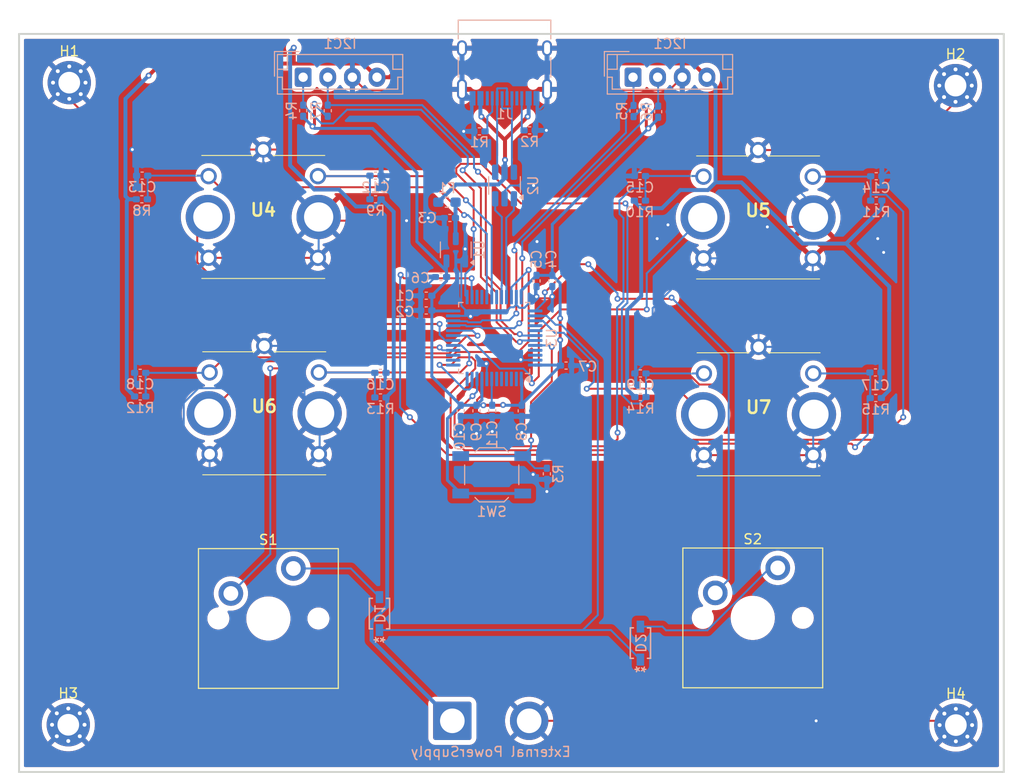
<source format=kicad_pcb>
(kicad_pcb (version 20241229) (generator "pcbnew") (generator_version "9.0")
  (layers (0 "F.Cu" signal) (2 "B.Cu" signal) (13 "F.Paste" user) (15 "B.Paste" user) (5 "F.SilkS" user "F.Silkscreen") (7 "B.SilkS" user "B.Silkscreen") (1 "F.Mask" user) (3 "B.Mask" user) (25 "Edge.Cuts" user))
  (net 0 "")
  (net 1 "GND")
  (net 2 "+3.3V")
  (net 3 "+5V")
  (net 4 "/NRST")
  (net 5 "VBUS")
  (net 6 "/USB_D+")
  (net 7 "/USB_D-")
  (net 8 "Net-(J1-CC1)")
  (net 9 "Net-(J1-CC2)")
  (net 10 "I2C1_SDA")
  (net 11 "I2C1_SCL")
  (net 12 "I2C2_SDA")
  (net 13 "I2C2_SCL")
  (net 14 "/BOOT")
  (net 15 "/MCU_D-")
  (net 16 "/MCU_D+")
  (net 33 "+3.3VA")
  (net 34 "ENC_B-1")
  (net 35 "ENC_A-1")
  (net 36 "ENC_B-2")
  (net 37 "ENC_A-2")
  (net 38 "ENC_B-3")
  (net 39 "ENC_B-4")
  (net 40 "ENC_A-3")
  (net 41 "ENC_A-4")
  (net 42 "ENC_BTW-1")
  (net 43 "ENC_BTW-2")
  (net 44 "ENC_BTW-3")
  (net 45 "ENC_BTW-4")
  (net 46 "Row 0")
  (net 47 "Net-(D1-A)")
  (net 48 "Net-(D2-A)")
  (net 49 "Column 0")
  (net 50 "Column 1")
  (footprint "MountingHole:MountingHole_2.2mm_M2_Pad_Via" (layer "F.Cu") (at 195.2333 110.2333)
    (property "Reference" "H4")
    (property "Value" "MountingHole_Pad")
  )
  (footprint "ScottoKeebs_MX:MX_PCB_1.00u" (layer "F.Cu") (at 125.42 99.4)
    (property "Reference" "S1")
    (property "Value" "Keyswitch")
  )
  (footprint "encoder-EC12D1524403:EC12D1524403" (layer "F.Cu") (at 175.15 58.65)
    (property "Reference" "U5")
    (property "Value" "encoder EC12D1524403" (hide yes))
  )
  (footprint "ScottoKeebs_MX:MX_PCB_1.00u" (layer "F.Cu") (at 174.61 99.34)
    (property "Reference" "S2")
    (property "Value" "Keyswitch")
  )
  (footprint "encoder-EC12D1524403:EC12D1524403" (layer "F.Cu") (at 175.2 78.65)
    (property "Reference" "U7")
    (property "Value" "encoder EC12D1524403" (hide yes))
  )
  (footprint "MountingHole:MountingHole_2.2mm_M2_Pad_Via" (layer "F.Cu") (at 105.1 110.2)
    (property "Reference" "H3")
    (property "Value" "MountingHole_Pad")
  )
  (footprint "encoder-EC12D1524403:EC12D1524403" (layer "F.Cu") (at 124.9 58.6)
    (property "Reference" "U4")
    (property "Value" "encoder EC12D1524403" (hide yes))
  )
  (footprint "Connector_Wire:SolderWire-2sqmm_1x02_P7.8mm_D2mm_OD3.9mm" (layer "F.Cu") (at 144.1 109.8)
    (property "Reference" "J4")
    (property "Value" "External PowerSupply")
  )
  (footprint "encoder-EC12D1524403:EC12D1524403" (layer "F.Cu") (at 125 78.55)
    (property "Reference" "U6")
    (property "Value" "encoder EC12D1524403" (hide yes))
  )
  (footprint "MountingHole:MountingHole_2.2mm_M2_Pad_Via" (layer "F.Cu") (at 195.2 45.25)
    (property "Reference" "H2")
    (property "Value" "MountingHole_Pad")
  )
  (footprint "MountingHole:MountingHole_2.2mm_M2_Pad_Via" (layer "F.Cu") (at 105.2 44.95)
    (property "Reference" "H1")
    (property "Value" "MountingHole_Pad")
  )
  (footprint "Capacitor_SMD:C_0402_1005Metric_Pad0.74x0.62mm_HandSolder" (layer "B.Cu") (at 187.0675 74.4 180)
    (property "Reference" "C17")
    (property "Value" "100nF")
  )
  (footprint "Capacitor_SMD:C_0402_1005Metric_Pad0.74x0.62mm_HandSolder" (layer "B.Cu") (at 187.15 56.9375)
    (property "Reference" "R11")
    (property "Value" "10k")
  )
  (footprint "Capacitor_SMD:C_0402_1005Metric_Pad0.74x0.62mm_HandSolder" (layer "B.Cu") (at 136.3 54.4 180)
    (property "Reference" "C12")
    (property "Value" "100nF")
  )
  (footprint "diode-default-kiloan-keyboards:SOD-123_ONS" (layer "B.Cu") (at 163.2 101.9 90)
    (property "Reference" "D2")
    (property "Value" "Diode")
  )
  (footprint "Capacitor_SMD:C_0402_1005Metric_Pad0.74x0.62mm_HandSolder" (layer "B.Cu") (at 131.45 47.8 -90)
    (property "Reference" "R7")
    (property "Value" "5.1k")
  )
  (footprint "Capacitor_SMD:C_0402_1005Metric_Pad0.74x0.62mm_HandSolder" (layer "B.Cu") (at 136.3 56.8)
    (property "Reference" "R9")
    (property "Value" "10k")
  )
  (footprint "Capacitor_SMD:C_0402_1005Metric_Pad0.74x0.62mm_HandSolder" (layer "B.Cu") (at 165 47.9 -90)
    (property "Reference" "R6")
    (property "Value" "5.1k")
  )
  (footprint "Package_TO_SOT_SMD:SOT-23-3" (layer "B.Cu") (at 144.45 61.9375 90)
    (property "Reference" "U1")
    (property "Value" "XC6206")
  )
  (footprint "Capacitor_SMD:C_0402_1005Metric_Pad0.74x0.62mm_HandSolder" (layer "B.Cu") (at 136.8 76.9375)
    (property "Reference" "R13")
    (property "Value" "10k")
  )
  (footprint "Capacitor_SMD:C_0402_1005Metric_Pad0.74x0.62mm_HandSolder" (layer "B.Cu") (at 163.15 56.9375)
    (property "Reference" "R10")
    (property "Value" "10k")
  )
  (footprint "diode-default-kiloan-keyboards:SOD-123_ONS" (layer "B.Cu") (at 136.7 98.9 90)
    (property "Reference" "D1")
    (property "Value" "Diode")
  )
  (footprint "Connector_USB:USB_C_Receptacle_HRO_TYPE-C-31-M-12" (layer "B.Cu") (at 149.4 42.5)
    (property "Reference" "J1")
    (property "Value" "USB_C")
  )
  (footprint "Capacitor_SMD:C_0402_1005Metric_Pad0.74x0.62mm_HandSolder" (layer "B.Cu") (at 153.7 84.7 90)
    (property "Reference" "R3")
    (property "Value" "10k")
  )
  (footprint "Capacitor_SMD:C_0402_1005Metric_Pad0.74x0.62mm_HandSolder" (layer "B.Cu") (at 155.65 73.7 180)
    (property "Reference" "C7")
    (property "Value" "10nF")
  )
  (footprint "Capacitor_SMD:C_0402_1005Metric_Pad0.74x0.62mm_HandSolder" (layer "B.Cu") (at 146.55 78.3 90)
    (property "Reference" "C9")
    (property "Value" "100nF")
  )
  (footprint "Capacitor_SMD:C_0402_1005Metric_Pad0.74x0.62mm_HandSolder" (layer "B.Cu") (at 151.15 78.3 90)
    (property "Reference" "C8")
    (property "Value" "1uF")
  )
  (footprint "Capacitor_SMD:C_0402_1005Metric_Pad0.74x0.62mm_HandSolder" (layer "B.Cu") (at 141.45 68.1)
    (property "Reference" "C2")
    (property "Value" "100nF")
  )
  (footprint "Connector_JST:JST_EH_B4B-EH-A_1x04_P2.50mm_Vertical" (layer "B.Cu") (at 162.45 44.4)
    (property "Reference" "J3")
    (property "Value" "I2C1")
  )
  (footprint "Capacitor_SMD:C_0402_1005Metric_Pad0.74x0.62mm_HandSolder" (layer "B.Cu") (at 148.15 78.3 -90)
    (property "Reference" "C11")
    (property "Value" "100nF")
  )
  (footprint "Capacitor_SMD:C_0402_1005Metric_Pad0.74x0.62mm_HandSolder" (layer "B.Cu") (at 112.4 74.4375)
    (property "Reference" "C18")
    (property "Value" "100nF")
  )
  (footprint "Capacitor_SMD:C_0402_1005Metric_Pad0.74x0.62mm_HandSolder" (layer "B.Cu") (at 112.5675 56.8)
    (property "Reference" "R8")
    (property "Value" "10k")
  )
  (footprint "Capacitor_SMD:C_0402_1005Metric_Pad0.74x0.62mm_HandSolder" (layer "B.Cu") (at 162.5 47.8325 -90)
    (property "Reference" "R5")
    (property "Value" "5.1k")
  )
  (footprint "Capacitor_SMD:C_0402_1005Metric_Pad0.74x0.62mm_HandSolder" (layer "B.Cu") (at 128.95 47.8 -90)
    (property "Reference" "R4")
    (property "Value" "5.1k")
  )
  (footprint "Capacitor_SMD:C_0402_1005Metric_Pad0.74x0.62mm_HandSolder" (layer "B.Cu") (at 141.45 66.6)
    (property "Reference" "C1")
    (property "Value" "100nF")
  )
  (footprint "Capacitor_SMD:C_0402_1005Metric_Pad0.74x0.62mm_HandSolder" (layer "B.Cu") (at 146.85 49.9 180)
    (property "Reference" "R1")
    (property "Value" "5.1k")
  )
  (footprint "Capacitor_SMD:C_0402_1005Metric_Pad0.74x0.62mm_HandSolder" (layer "B.Cu") (at 143.85 58.7 180)
    (property "Reference" "C3")
    (property "Value" "1uF")
  )
  (footprint "Capacitor_SMD:C_0402_1005Metric_Pad0.74x0.62mm_HandSolder" (layer "B.Cu") (at 163.2 76.9)
    (property "Reference" "R14")
    (property "Value" "10k")
  )
  (footprint "Connector_JST:JST_EH_B4B-EH-A_1x04_P2.50mm_Vertical" (layer "B.Cu") (at 128.95 44.4)
    (property "Reference" "J2")
    (property "Value" "I2C1")
  )
  (footprint "Capacitor_SMD:C_0402_1005Metric_Pad0.74x0.62mm_HandSolder" (layer "B.Cu") (at 163.2 74.5)
    (property "Reference" "C19")
    (property "Value" "100nF")
  )
  (footprint "Capacitor_SMD:C_0402_1005Metric_Pad0.74x0.62mm_HandSolder" (layer "B.Cu") (at 154.25 65.1 -90)
    (property "Reference" "C4")
    (property "Value" "1uF")
  )
  (footprint "Fuse:Fuse_0603_1608Metric_Pad1.05x0.95mm_HandSolder" (layer "B.Cu") (at 143.55 57.1 180)
    (property "Reference" "F1")
    (property "Value" "500mA")
  )
  (footprint "Capacitor_SMD:C_0402_1005Metric_Pad0.74x0.62mm_HandSolder" (layer "B.Cu") (at 151.95 49.8)
    (property "Reference" "R2")
    (property "Value" "5.1k")
  )
  (footprint "Capacitor_SMD:C_0402_1005Metric_Pad0.74x0.62mm_HandSolder" (layer "B.Cu") (at 136.8 74.4375 180)
    (property "Reference" "C16")
    (property "Value" "100nF")
  )
  (footprint "Capacitor_SMD:C_0402_1005Metric_Pad0.74x0.62mm_HandSolder" (layer "B.Cu") (at 112.6 54.4)
    (property "Reference" "C13")
    (property "Value" "100nF")
  )
  (footprint "Button_Switch_SMD:SW_SPST_TL3342" (layer "B.Cu") (at 148.1 84.8)
    (property "Reference" "SW1")
    (property "Value" "SW_Push")
  )
  (footprint "Package_QFP:LQFP-48_7x7mm_P0.5mm" (layer "B.Cu") (at 148.35 70.9 90)
    (property "Reference" "U3")
    (property "Value" "STM32F072CBT6")
  )
  (footprint "Capacitor_SMD:C_0402_1005Metric_Pad0.74x0.62mm_HandSolder" (layer "B.Cu") (at 187.1 77)
    (property "Reference" "R15")
    (property "Value" "10k")
  )
  (footprint "Capacitor_SMD:C_0402_1005Metric_Pad0.74x0.62mm_HandSolder" (layer "B.Cu") (at 187.15 54.4607 180)
    (property "Reference" "C14")
    (property "Value" "100nF")
  )
  (footprint "Capacitor_SMD:C_0402_1005Metric_Pad0.74x0.62mm_HandSolder" (layer "B.Cu") (at 144.95 78.3 90)
    (property "Reference" "C10")
    (property "Value" "4.7uF")
  )
  (footprint "Capacitor_SMD:C_0402_1005Metric_Pad0.74x0.62mm_HandSolder" (layer "B.Cu") (at 163.15 54.4375)
    (property "Reference" "C15")
    (property "Value" "100nF")
  )
  (footprint "Capacitor_SMD:C_0402_1005Metric_Pad0.74x0.62mm_HandSolder" (layer "B.Cu") (at 112.4 76.8375)
    (property "Reference" "R12")
    (property "Value" "10k")
  )
  (footprint "Capacitor_SMD:C_0402_1005Metric_Pad0.74x0.62mm_HandSolder" (layer "B.Cu") (at 152.65 65.1 90)
    (property "Reference" "C5")
    (property "Value" "100nF")
  )
  (footprint "Package_TO_SOT_SMD:SOT-23-6_Handsoldering" (layer "B.Cu") (at 149.4 55.4 90)
    (property "Reference" "U2")
    (property "Value" "USBLC6-2SC6")
  )
  (footprint "Capacitor_SMD:C_0402_1005Metric_Pad0.74x0.62mm_HandSolder" (layer "B.Cu") (at 142.95 64.7)
    (property "Reference" "C6")
    (property "Value" "4.7uF")
  )
  (gr_line (start 100.1 115) (end 100.1 40) (stroke (width 0.2)) (layer "Edge.Cuts"))
  (gr_line (start 200.1 115) (end 100.1 115) (stroke (width 0.2)) (layer "Edge.Cuts"))
  (gr_line (start 100.1 40) (end 200.1 40) (stroke (width 0.2)) (layer "Edge.Cuts"))
  (gr_line (start 200.1 40) (end 200.1 115) (stroke (width 0.2)) (layer "Edge.Cuts"))
  (segment (start 139.45 58.9754) (end 130.9004 58.9754) (width 0.2) (layer "F.Cu") (net 1))
  (segment (start 111.6045 51.75) (end 124.9 51.75) (width 0.2) (layer "F.Cu") (net 1))
  (segment (start 152.8163 66.8663) (end 154.0837 66.8663) (width 0.2) (layer "F.Cu") (net 1))
  (segment (start 150.65 73.5) (end 147.55 73.5) (width 0.2) (layer "F.Cu") (net 1))
  (segment (start 144.95 80.5) (end 146.45 80.5) (width 0.2) (layer "F.Cu") (net 1))
  (segment (start 145.35 68.1) (end 139.45 68.1) (width 0.2) (layer "F.Cu") (net 1))
  (segment (start 106.85 44.95) (end 105.2 44.95) (width 0.2) (layer "F.Cu") (net 1))
  (segment (start 148.25 80.5) (end 148.15 80.4) (width 0.2) (layer "F.Cu") (net 1))
  (segment (start 139.45 58.9754) (end 141.3746 58.9754) (width 0.2) (layer "F.Cu") (net 1))
  (segment (start 171.3733 75.6267) (end 175.2 71.8) (width 0.2) (layer "F.Cu") (net 1))
  (segment (start 154.0837 66.8663) (end 154.25 66.7) (width 0.2) (layer "F.Cu") (net 1))
  (segment (start 167.2567 73.7) (end 167.2567 73.7001) (width 0.2) (layer "F.Cu") (net 1))
  (segment (start 166.1678 45.6822) (end 153.7722 45.6822) (width 0.2) (layer "F.Cu") (net 1))
  (segment (start 145.0003 45.7097) (end 135.2597 45.7097) (width 0.2) (layer "F.Cu") (net 1))
  (segment (start 132.6127 84.7627) (end 152.3028 84.7627) (width 0.2) (layer "F.Cu") (net 1))
  (segment (start 110.35 51.75) (end 111.6045 51.75) (width 0.2) (layer "F.Cu") (net 1))
  (segment (start 153.7722 45.6822) (end 153.72 45.63) (width 0.2) (layer "F.Cu") (net 1))
  (segment (start 148.15 80.4) (end 146.75 80.4) (width 0.2) (layer "F.Cu") (net 1))
  (segment (start 193.5833 110.2333) (end 195.2333 110.2333) (width 0.2) (layer "F.Cu") (net 1))
  (segment (start 105.2 46.6) (end 110.35 51.75) (width 0.2) (layer "F.Cu") (net 1))
  (segment (start 167.45 44.4) (end 166.1678 45.6822) (width 0.2) (layer "F.Cu") (net 1))
  (segment (start 193.55 45.25) (end 195.2 45.25) (width 0.2) (layer "F.Cu") (net 1))
  (segment (start 146.75 80.4) (end 146.6172 80.2672) (width 0.2) (layer "F.Cu") (net 1))
  (segment (start 190.3 51.8) (end 175.15 51.8) (width 0.2) (layer "F.Cu") (net 1))
  (segment (start 145.08 45.63) (end 145.0003 45.7097) (width 0.2) (layer "F.Cu") (net 1))
  (segment (start 146.45 80.5) (end 146.55 80.6) (width 0.2) (layer "F.Cu") (net 1))
  (segment (start 179.8148 59.6102) (end 180.775 58.65) (width 0.2) (layer "F.Cu") (net 1))
  (segment (start 135.2597 45.7097) (end 133.95 44.4) (width 0.2) (layer "F.Cu") (net 1))
  (segment (start 167.2567 73.7001) (end 169.1833 75.6267) (width 0.2) (layer "F.Cu") (net 1))
  (segment (start 169.1833 75.6267) (end 171.3733 75.6267) (width 0.2) (layer "F.Cu") (net 1))
  (segment (start 147.55 76.2464) (end 147.55 73.5) (width 0.2) (layer "F.Cu") (net 1))
  (segment (start 152.65 66.7) (end 152.8163 66.8663) (width 0.2) (layer "F.Cu") (net 1))
  (segment (start 130.9004 58.9754) (end 130.525 58.6) (width 0.2) (layer "F.Cu") (net 1))
  (segment (start 103.55 44.95) (end 105.2 44.95) (width 0.2) (layer "F.Cu") (net 1))
  (segment (start 141.3746 58.9754) (end 141.65 58.7) (width 0.2) (layer "F.Cu") (net 1))
  (segment (start 146.6172 77.1792) (end 147.55 76.2464) (width 0.2) (layer "F.Cu") (net 1))
  (segment (start 151.05 73.1) (end 150.65 73.5) (width 0.2) (layer "F.Cu") (net 1))
  (segment (start 119.35 62.75) (end 130.45 62.75) (width 0.2) (layer "F.Cu") (net 1))
  (segment (start 180.75 82.8) (end 169.65 82.8) (width 0.2) (layer "F.Cu") (net 1))
  (segment (start 143.4 51.75) (end 145.25 49.9) (width 0.2) (layer "F.Cu") (net 1))
  (segment (start 193.15 109.8) (end 181.0453 109.8) (width 0.2) (layer "F.Cu") (net 1))
  (segment (start 151.15 80.5) (end 148.25 80.5) (width 0.2) (layer "F.Cu") (net 1))
  (segment (start 157.85 73.7) (end 167.2567 73.7) (width 0.2) (layer "F.Cu") (net 1))
  (segment (start 176.0905 59.6102) (end 179.8148 59.6102) (width 0.2) (layer "F.Cu") (net 1))
  (segment (start 153.72 41.45) (end 145.08 41.45) (width 0.2) (layer "F.Cu") (net 1))
  (segment (start 146.6172 80.2672) (end 146.6172 77.1792) (width 0.2) (layer "F.Cu") (net 1))
  (segment (start 103.45 110.2) (end 105.1 110.2) (width 0.2) (layer "F.Cu") (net 1))
  (segment (start 151.9 109.8) (end 181.0453 109.8) (width 0.2) (layer "F.Cu") (net 1))
  (segment (start 145.95 68.7) (end 145.35 68.1) (width 0.2) (layer "F.Cu") (net 1))
  (segment (start 195.2 46.9) (end 190.3 51.8) (width 0.2) (layer "F.Cu") (net 1))
  (segment (start 130.55 82.7) (end 132.6127 84.7627) (width 0.2) (layer "F.Cu") (net 1))
  (segment (start 193.5833 110.2333) (end 193.15 109.8) (width 0.2) (layer "F.Cu") (net 1))
  (segment (start 106.75 110.2) (end 105.1 110.2) (width 0.2) (layer "F.Cu") (net 1))
  (segment (start 195.2 45.25) (end 196.85 45.25) (width 0.2) (layer "F.Cu") (net 1))
  (segment (start 196.8833 110.2333) (end 195.2333 110.2333) (width 0.2) (layer "F.Cu") (net 1))
  (segment (start 146.75 80.4) (end 146.55 80.6) (width 0.2) (layer "F.Cu") (net 1))
  (segment (start 124.9 51.75) (end 143.4 51.75) (width 0.2) (layer "F.Cu") (net 1))
  (via (at 152.35 55.4) (size 0.6) (drill 0.3) (layers "F.Cu" "B.Cu") (net 1))
  (via (at 154.25 66.7) (size 0.6) (drill 0.3) (layers "F.Cu" "B.Cu") (net 1))
  (via (at 145.95 68.7) (size 0.6) (drill 0.3) (layers "F.Cu" "B.Cu") (net 1))
  (via (at 153.7 86.5) (size 0.6) (drill 0.3) (layers "F.Cu" "B.Cu") (net 1))
  (via (at 176.0905 59.6102) (size 0.6) (drill 0.3) (layers "F.Cu" "B.Cu") (net 1))
  (via (at 151.05 73.1) (size 0.6) (drill 0.3) (layers "F.Cu" "B.Cu") (net 1))
  (via (at 152.3028 84.7627) (size 0.6) (drill 0.3) (layers "F.Cu" "B.Cu") (net 1))
  (via (at 139.45 58.9754) (size 0.6) (drill 0.3) (layers "F.Cu" "B.Cu") (net 1))
  (via (at 141.65 58.7) (size 0.6) (drill 0.3) (layers "F.Cu" "B.Cu") (net 1))
  (via (at 166 59.4) (size 0.6) (drill 0.3) (layers "F.Cu" "B.Cu") (net 1))
  (via (at 157.85 73.7) (size 0.6) (drill 0.3) (layers "F.Cu" "B.Cu") (net 1))
  (via (at 181.0453 109.8) (size 0.6) (drill 0.3) (layers "F.Cu" "B.Cu") (net 1))
  (via (at 146.55 80.6) (size 0.6) (drill 0.3) (layers "F.Cu" "B.Cu") (net 1))
  (via (at 147.55 73.5) (size 0.6) (drill 0.3) (layers "F.Cu" "B.Cu") (net 1))
  (via (at 145.4 61.85) (size 0.6) (drill 0.3) (layers "F.Cu" "B.Cu") (net 1))
  (via (at 148.15 80.4) (size 0.6) (drill 0.3) (layers "F.Cu" "B.Cu") (net 1))
  (via (at 151.15 80.5) (size 0.6) (drill 0.3) (layers "F.Cu" "B.Cu") (net 1))
  (via (at 187.9 62.2) (size 0.6) (drill 0.3) (layers "F.Cu" "B.Cu") (net 1))
  (via (at 139.45 68.1) (size 0.6) (drill 0.3) (layers "F.Cu" "B.Cu") (net 1))
  (via (at 145.25 49.9) (size 0.6) (drill 0.3) (layers "F.Cu" "B.Cu") (net 1))
  (via (at 153.65 49.8) (size 0.6) (drill 0.3) (layers "F.Cu" "B.Cu") (net 1))
  (via (at 152.7 61.1) (size 0.6) (drill 0.3) (layers "F.Cu" "B.Cu") (net 1))
  (via (at 164.9 60.8) (size 0.6) (drill 0.3) (layers "F.Cu" "B.Cu") (net 1))
  (via (at 152.65 66.7) (size 0.6) (drill 0.3) (layers "F.Cu" "B.Cu") (net 1))
  (via (at 111.6045 51.75) (size 0.6) (drill 0.3) (layers "F.Cu" "B.Cu") (net 1))
  (via (at 144.95 80.5) (size 0.6) (drill 0.3) (layers "F.Cu" "B.Cu") (net 1))
  (via (at 187.3 60.8) (size 0.6) (drill 0.3) (layers "F.Cu" "B.Cu") (net 1))
  (segment (start 129.0822 71.7) (end 129.0822 77.0072) (width 0.2) (layer "B.Cu") (net 1))
  (segment (start 177.4821 71.8) (end 180.7 68.5821) (width 0.2) (layer "B.Cu") (net 1))
  (segment (start 142.3825 64.7) (end 140.8825 66.2) (width 0.2) (layer "B.Cu") (net 1))
  (segment (start 153.72 46.9338) (end 153.72 45.63) (width 0.2) (layer "B.Cu") (net 1))
  (segment (start 154.25 65.6675) (end 154.25 66.7) (width 0.2) (layer "B.Cu") (net 1))
  (segment (start 140.882 68.1) (end 139.45 68.1) (width 0.2) (layer "B.Cu") (net 1))
  (segment (start 129.0822 77.0072) (end 130.625 78.55) (width 0.2) (layer "B.Cu") (net 1))
  (segment (start 153.72 41.45) (end 153.72 45.63) (width 0.2) (layer "B.Cu") (net 1))
  (segment (start 116.8233 80.0733) (end 119.45 82.7) (width 0.2) (layer "B.Cu") (net 1))
  (segment (start 149.7 68.0684) (end 149.992 67.776) (width 0.2) (layer "B.Cu") (net 1))
  (segment (start 125 71.7) (end 129.0822 71.7) (width 0.2) (layer "B.Cu") (net 1))
  (segment (start 139.45 66.6) (end 139.45 68.1) (width 0.2) (layer "B.Cu") (net 1))
  (segment (start 130.525 62.675) (end 130.525 58.6) (width 0.2) (layer "B.Cu") (net 1))
  (segment (start 195.2 43.6) (end 195.2 45.25) (width 0.2) (layer "B.Cu") (net 1))
  (segment (start 195.2333 111.8833) (end 195.2333 110.2333) (width 0.2) (layer "B.Cu") (net 1))
  (segment (start 151.15 80.5) (end 153.3868 80.5) (width 0.2) (layer "B.Cu") (net 1))
  (segment (start 152.65 66.6) (end 152.65 66.7) (width 0.2) (layer "B.Cu") (net 1))
  (segment (start 106.85 45.6334) (end 106.85 44.95) (width 0.2) (layer "B.Cu") (net 1))
  (segment (start 144.188 68.65) (end 145.3992 68.65) (width 0.2) (layer "B.Cu") (net 1))
  (segment (start 119.45 95.85) (end 119.45 82.7) (width 0.2) (layer "B.Cu") (net 1))
  (segment (start 143.282 58.7) (end 141.65 58.7) (width 0.2) (layer "B.Cu") (net 1))
  (segment (start 157.034 73.7) (end 157.034 76.8528) (width 0.2) (layer "B.Cu") (net 1))
  (segment (start 196.3667 44.0833) (end 196.85 44.5666) (width 0.2) (layer "B.Cu") (net 1))
  (segment (start 172.8995 62.8012) (end 176.0905 59.6102) (width 0.2) (layer "B.Cu") (net 1))
  (segment (start 149.4 55.97) (end 149.97 55.4) (width 0.2) (layer "B.Cu") (net 1))
  (segment (start 105.1 108.55) (end 105.1 110.2) (width 0.2) (layer "B.Cu") (net 1))
  (segment (start 193.55 48.6282) (end 193.55 46.4167) (width 0.2) (layer "B.Cu") (net 1))
  (segment (start 106.3667 46.1167) (end 106.85 45.6334) (width 0.2) (layer "B.Cu") (net 1))
  (segment (start 144.1875 68.65) (end 144.188 68.65) (width 0.2) (layer "B.Cu") (net 1))
  (segment (start 153.7 85.2675) (end 153.7 85.5756) (width 0.2) (layer "B.Cu") (net 1))
  (segment (start 150.551 67.5578) (end 150.551 67.2174) (width 0.2) (layer "B.Cu") (net 1))
  (segment (start 151.15 78.8675) (end 151.15 80.5) (width 0.2) (layer "B.Cu") (net 1))
  (segment (start 136.8675 54.4) (end 139.45 56.9825) (width 0.2) (layer "B.Cu") (net 1))
  (segment (start 152.7415 47.6353) (end 153.0185 47.6353) (width 0.2) (layer "B.Cu") (net 1))
  (segment (start 164.4457 67.8653) (end 169.511 62.8) (width 0.2) (layer "B.Cu") (net 1))
  (segment (start 180.775 57.425) (end 180.775 58.65) (width 0.2) (layer "B.Cu") (net 1))
  (segment (start 156.218 73.7) (end 157.034 73.7) (width 0.2) (layer "B.Cu") (net 1))
  (segment (start 103.55 44.2666) (end 103.55 44.95) (width 0.2) (layer "B.Cu") (net 1))
  (segment (start 145.4 62.4625) (end 145.0065 62.856) (width 0.2) (layer "B.Cu") (net 1))
  (segment (start 145.0065 62.856) (end 145.0065 67.618) (width 0.2) (layer "B.Cu") (net 1))
  (segment (start 154.3656 85.2181) (end 154.3656 81.4788) (width 0.2) (layer "B.Cu") (net 1))
  (segment (start 152.7442 85.2042) (end 152.7442 85.2041) (width 0.2) (layer "B.Cu") (net 1))
  (segment (start 105.2 43.3) (end 105.2 44.95) (width 0.2) (layer "B.Cu") (net 1))
  (segment (start 124.9 51.75) (end 124.9 52.975) (width 0.2) (layer "B.Cu") (net 1))
  (segment (start 193.55 44.5666) (end 193.55 45.25) (width 0.2) (layer "B.Cu") (net 1))
  (segment (start 103.45 110.8834) (end 103.45 110.2) (width 0.2) (layer "B.Cu") (net 1))
  (segment (start 157.034 76.8528) (end 153.3868 80.5) (width 0.2) (layer "B.Cu") (net 1))
  (segment (start 196.85 44.5666) (end 196.85 45.25) (width 0.2) (layer "B.Cu") (net 1))
  (segment (start 116.8233 77.4931) (end 116.8233 80.0733) (width 0.2) (layer "B.Cu") (net 1))
  (segment (start 149.7 68.0842) (end 146.5658 68.0842) (width 0.2) (layer "B.Cu") (net 1))
  (segment (start 129.0822 71.7) (end 129.0822 64.1178) (width 0.2) (layer "B.Cu") (net 1))
  (segment (start 149.7 68.1) (end 149.7 68.0842) (width 0.2) (layer "B.Cu") (net 1))
  (segment (start 145.4 62.4625) (end 145.4 61.85) (width 0.2) (layer "B.Cu") (net 1))
  (segment (start 145.08 45.63) (end 145.08 41.45) (width 0.2) (layer "B.Cu") (net 1))
  (segment (start 153.7 85.8837) (end 154.3656 85.2181) (width 0.2) (layer "B.Cu") (net 1))
  (segment (start 145.9 68.65) (end 145.95 68.7) (width 0.2) (layer "B.Cu") (net 1))
  (segment (start 194.0666 111.4) (end 193.5833 110.9167) (width 0.2) (layer "B.Cu") (net 1))
  (segment (start 152.5175 49.8) (end 152.518 49.8) (width 0.2) (layer "B.Cu") (net 1))
  (segment (start 140.8825 66.2) (end 140.8825 66.6) (width 0.2) (layer "B.Cu") (net 1))
  (segment (start 152.65 66.6) (end 151.4204 67.8296) (width 0.2) (layer "B.Cu") (net 1))
  (segment (start 125 71.7) (end 120.7017 75.9983) (width 0.2) (layer "B.Cu") (net 1))
  (segment (start 151.1 73.15) (end 151.05 73.1) (width 0.2) (layer "B.Cu") (net 1))
  (segment (start 167.45 44.4) (end 167.45 49.57) (width 0.2) (layer "B.Cu") (net 1))
  (segment (start 104.0333 46.1167) (end 103.55 45.6334) (width 0.2) (layer "B.Cu") (net 1))
  (segment (start 130.45 62.75) (end 130.525 62.675) (width 0.2) (layer "B.Cu") (net 1))
  (segment (start 162.6325 74.5) (end 164.4457 72.6868) (width 0.2) (layer "B.Cu") (net 1))
  (segment (start 139.451 58.9764) (end 139.451 66.599) (width 0.2) (layer "B.Cu") (net 1))
  (segment (start 111.8325 74.4375) (end 111.8325 70.2675) (width 0.2) (layer "B.Cu") (net 1))
  (segment (start 145.995 46.545) (end 145.08 45.63) (width 0.2) (layer "B.Cu") (net 1))
  (segment (start 147.6 73.55) (end 147.55 73.5) (width 0.2) (layer "B.Cu") (net 1))
  (segment (start 103.9333 109.7167) (end 103.9333 109.0333) (width 0.2) (layer "B.Cu") (net 1))
  (segment (start 149.992 67.776) (end 150.333 67.776) (width 0.2) (layer "B.Cu") (net 1))
  (segment (start 112.0325 54.4) (end 112.0325 52.178) (width 0.2) (layer "B.Cu") (net 1))
  (segment (start 124.9 52.975) (end 130.525 58.6) (width 0.2) (layer "B.Cu") (net 1))
  (segment (start 152.5125 73.15) (end 152.512 73.15) (width 0.2) (layer "B.Cu") (net 1))
  (segment (start 106.2667 109.0333) (end 119.45 95.85) (width 0.2) (layer "B.Cu") (net 1))
  (segment (start 140.8825 68.1) (end 140.8825 66.6) (width 0.2) (layer "B.Cu") (net 1))
  (segment (start 196.4 109.0666) (end 196.8833 109.5499) (width 0.2) (layer "B.Cu") (net 1))
  (segment (start 180.825 78.65) (end 180.75 78.725) (width 0.2) (layer "B.Cu") (net 1))
  (segment (start 139.45 56.9825) (end 139.45 58.9754) (width 0.2) (layer "B.Cu") (net 1))
  (segment (start 196.4 111.4) (end 196.8833 110.9167) (width 0.2) (layer "B.Cu") (net 1))
  (segment (start 106.3667 43.7833) (end 106.85 44.2666) (width 0.2) (layer "B.Cu") (net 1))
  (segment (start 156.2175 73.7) (end 156.218 73.7) (width 0.2) (layer "B.Cu") (net 1))
  (segment (start 152.65 65.6675) (end 152.65 66.6) (width 0.2) (layer "B.Cu") (net 1))
  (segment (start 181.149 83.199) (end 180.75 82.8) (width 0.2) (layer "B.Cu") (net 1))
  (segment (start 144.95 78.8675) (end 144.95 80.5) (width 0.2) (layer "B.Cu") (net 1))
  (segment (start 145.0065 67.618) (end 145.3992 68.0107) (width 0.2) (layer "B.Cu") (net 1))
  (segment (start 150.551 67.2174) (end 150.6 67.1684) (width 0.2) (layer "B.Cu") (net 1))
  (segment (start 153.0185 47.6353) (end 153.72 46.9338) (width 0.2) (layer "B.Cu") (net 1))
  (segment (start 152.5175 55.2325) (end 152.5175 49.8) (width 0.2) (layer "B.Cu") (net 1))
  (segment (start 104.0333 43.7833) (end 103.55 44.2666) (width 0.2) (layer "B.Cu") (net 1))
  (segment (start 150.901 67.8296) (end 150.6292 67.5578) (width 0.2) (layer "B.Cu") (net 1))
  (segment (start 169.511 62.8) (end 169.6 62.8) (width 0.2) (layer "B.Cu") (net 1))
  (segment (start 152.7415 49.8) (end 152.7415 47.6353) (width 0.2) (layer "B.Cu") (net 1))
  (segment (start 105.1 111.85) (end 105.1 110.2) (width 0.2) (layer "B.Cu") (net 1))
  (segment (start 195.2333 108.5833) (end 195.2333 110.2333) (width 0.2) (layer "B.Cu") (net 1))
  (segment (start 103.45 110.2) (end 103.9333 109.7167) (width 0.2) (layer "B.Cu") (net 1))
  (segment (start 153.7 85.5756) (end 153.7 85.8837) (width 0.2) (layer "B.Cu") (net 1))
  (segment (start 153.7 85.5756) (end 153.3286 85.2042) (width 0.2) (layer "B.Cu") (net 1))
  (segment (start 149.7 68.0842) (end 149.7 68.0684) (width 0.2) (layer "B.Cu") (net 1))
  (segment (start 194.0333 44.0833) (end 193.55 44.5666) (width 0.2) (layer "B.Cu") (net 1))
  (segment (start 139.45 58.9754) (end 139.451 58.9764) (width 0.2) (layer "B.Cu") (net 1))
  (segment (start 145.4 63.075) (end 145.4 62.4625) (width 0.2) (layer "B.Cu") (net 1))
  (segment (start 152.7415 49.8) (end 153.65 49.8) (width 0.2) (layer "B.Cu") (net 1))
  (segment (start 146.5658 68.0842) (end 145.95 68.7) (width 0.2) (layer "B.Cu") (net 1))
  (segment (start 150.6 67.1684) (end 150.6 66.7375) (width 0.2) (layer "B.Cu") (net 1))
  (segment (start 145.3992 68.0107) (end 145.3992 68.65) (width 0.2) (layer "B.Cu") (net 1))
  (segment (start 106.85 44.2666) (end 106.85 44.95) (width 0.2) (layer "B.Cu") (net 1))
  (segment (start 147.6 75.0625) (end 147.6 73.55) (width 0.2) (layer "B.Cu") (net 1))
  (segment (start 152.512 73.15) (end 151.1 73.15) (width 0.2) (layer "B.Cu") (net 1))
  (segment (start 187.7175 54.4607) (end 193.55 48.6282) (width 0.2) (layer "B.Cu") (net 1))
  (segment (start 180.75 78.725) (end 180.75 82.8) (width 0.2) (layer "B.Cu") (net 1))
  (segment (start 146.15 46.545) (end 145.995 46.545) (width 0.2) (layer "B.Cu") (net 1))
  (segment (start 137.3675 69.6675) (end 130.45 62.75) (width 0.2) (layer "B.Cu") (net 1))
  (segment (start 150.6292 67.5578) (end 150.551 67.5578) (width 0.2) (layer "B.Cu") (net 1))
  (segment (start 175.2 65.1017) (end 172.8995 62.8012) (width 0.2) (layer "B.Cu") (net 1))
  (segment (start 187.635 69.735) (end 187.635 74.4) (width 0.2) (layer "B.Cu") (net 1))
  (segment (start 196.3667 46.4167) (end 196.85 45.9334) (width 0.2) (layer "B.Cu") (net 1))
  (segment (start 146.0585 49.9) (end 146.15 49.8085) (width 0.2) (layer "B.Cu") (net 1))
  (segment (start 118.3181 75.9983) (end 116.8233 77.4931) (width 0.2) (layer "B.Cu") (net 1))
  (segment (start 153.7 85.8837) (end 153.7 86.5) (width 0.2) (layer "B.Cu") (net 1))
  (segment (start 139.451 66.599) (end 139.45 66.6) (width 0.2) (layer "B.Cu") (net 1))
  (segment (start 152.35 55.4) (end 152.5175 55.2325) (width 0.2) (layer "B.Cu") (net 1))
  (segment (start 148.15 78.8675) (end 148.15 80.4) (width 0.2) (layer "B.Cu") (net 1))
  (segment (start 172.8995 62.8012) (end 172.8983 62.8) (width 0.2) (layer "B.Cu") (net 1))
  (segment (start 120.7017 75.9983) (end 118.3181 75.9983) (width 0.2) (layer "B.Cu") (net 1))
  (segment (start 106.75 109.5166) (end 106.75 110.2) (width 0.2) (layer "B.Cu") (net 1))
  (segment (start 149.4 56.75) (end 149.4 55.97) (width 0.2) (layer "B.Cu") (net 1))
  (segment (start 164.4457 72.6868) (end 164.4457 67.8653) (width 0.2) (layer "B.Cu") (net 1))
  (segment (start 196.8833 109.5499) (end 196.8833 110.2333) (width 0.2) (layer "B.Cu") (net 1))
  (segment (start 181.0453 109.8) (end 181.149 109.6963) (width 0.2) (layer "B.Cu") (net 1))
  (segment (start 175.2 71.8) (end 177.4821 71.8) (width 0.2) (layer "B.Cu") (net 1))
  (segment (start 154.3656 81.4788) (end 153.3868 80.5) (width 0.2) (layer "B.Cu") (net 1))
  (segment (start 152.7442 85.2041) (end 152.3028 84.7627) (width 0.2) (layer "B.Cu") (net 1))
  (segment (start 106.2667 111.3667) (end 106.75 110.8834) (width 0.2) (layer "B.Cu") (net 1))
  (segment (start 146.2825 49.9) (end 146.282 49.9) (width 0.2) (layer "B.Cu") (net 1))
  (segment (start 103.55 45.6334) (end 103.55 44.95) (width 0.2) (layer "B.Cu") (net 1))
  (segment (start 145.4 61.85) (end 145.35 61.8) (width 0.2) (layer "B.Cu") (net 1))
  (segment (start 146.282 49.9) (end 146.0585 49.9) (width 0.2) (layer "B.Cu") (net 1))
  (segment (start 129.0822 64.1178) (end 130.45 62.75) (width 0.2) (layer "B.Cu") (net 1))
  (segment (start 195.2 46.9) (end 195.2 45.25) (width 0.2) (layer "B.Cu") (net 1))
  (segment (start 175.2 71.8) (end 175.2 65.1017) (width 0.2) (layer "B.Cu") (net 1))
  (segment (start 193.55 46.4167) (end 193.55 45.25) (width 0.2) (layer "B.Cu") (net 1))
  (segment (start 140.8825 66.6) (end 140.882 66.6) (width 0.2) (layer "B.Cu") (net 1))
  (segment (start 196.8833 110.9167) (end 196.8833 110.2333) (width 0.2) (layer "B.Cu") (net 1))
  (segment (start 105.2 46.6) (end 105.2 44.95) (width 0.2) (layer "B.Cu") (net 1))
  (segment (start 157.034 73.7) (end 157.85 73.7) (width 0.2) (layer "B.Cu") (net 1))
  (segment (start 130.625 82.625) (end 130.625 78.55) (width 0.2) (layer "B.Cu") (net 1))
  (segment (start 149.97 55.4) (end 152.35 55.4) (width 0.2) (layer "B.Cu") (net 1))
  (segment (start 146.0585 49.9) (end 145.25 49.9) (width 0.2) (layer "B.Cu") (net 1))
  (segment (start 146.55 78.8675) (end 146.55 80.6) (width 0.2) (layer "B.Cu") (net 1))
  (segment (start 153.3286 85.2042) (end 152.7442 85.2042) (width 0.2) (layer "B.Cu") (net 1))
  (segment (start 146.15 49.8085) (end 146.15 46.545) (width 0.2) (layer "B.Cu") (net 1))
  (segment (start 150.333 67.776) (end 150.551 67.5578) (width 0.2) (layer "B.Cu") (net 1))
  (segment (start 151.4204 67.8296) (end 150.901 67.8296) (width 0.2) (layer "B.Cu") (net 1))
  (segment (start 143.2825 58.7) (end 143.282 58.7) (width 0.2) (layer "B.Cu") (net 1))
  (segment (start 112.0325 52.178) (end 111.6045 51.75) (width 0.2) (layer "B.Cu") (net 1))
  (segment (start 177.4821 75.3071) (end 177.4821 71.8) (width 0.2) (layer "B.Cu") (net 1))
  (segment (start 152.518 49.8) (end 152.7415 49.8) (width 0.2) (layer "B.Cu") (net 1))
  (segment (start 130.55 82.7) (end 130.625 82.625) (width 0.2) (layer "B.Cu") (net 1))
  (segment (start 180.7 68.5821) (end 180.7 62.8) (width 0.2) (layer "B.Cu") (net 1))
  (segment (start 175.15 51.8) (end 180.775 57.425) (width 0.2) (layer "B.Cu") (net 1))
  (segment (start 167.45 49.57) (end 162.5825 54.4375) (width 0.2) (layer "B.Cu") (net 1))
  (segment (start 193.5833 110.9167) (end 193.5833 110.2333) (width 0.2) (layer "B.Cu") (net 1))
  (segment (start 180.7 62.8) (end 187.635 69.735) (width 0.2) (layer "B.Cu") (net 1))
  (segment (start 145.3992 68.65) (end 145.9 68.65) (width 0.2) (layer "B.Cu") (net 1))
  (segment (start 193.5833 109.5499) (end 193.5833 110.2333) (width 0.2) (layer "B.Cu") (net 1))
  (segment (start 180.825 78.65) (end 177.4821 75.3071) (width 0.2) (layer "B.Cu") (net 1))
  (segment (start 140.882 66.6) (end 139.45 66.6) (width 0.2) (layer "B.Cu") (net 1))
  (segment (start 152.65 47.5438) (end 152.7415 47.6353) (width 0.2) (layer "B.Cu") (net 1))
  (segment (start 106.2667 109.0333) (end 106.75 109.5166) (width 0.2) (layer "B.Cu") (net 1))
  (segment (start 111.8325 70.2675) (end 119.35 62.75) (width 0.2) (layer "B.Cu") (net 1))
  (segment (start 152.65 46.545) (end 152.65 47.5438) (width 0.2) (layer "B.Cu") (net 1))
  (segment (start 193.55 46.4167) (end 194.0333 46.4167) (width 0.2) (layer "B.Cu") (net 1))
  (segment (start 194.0666 109.0666) (end 193.5833 109.5499) (width 0.2) (layer "B.Cu") (net 1))
  (segment (start 181.149 109.6963) (end 181.149 83.199) (width 0.2) (layer "B.Cu") (net 1))
  (segment (start 137.3675 74.4375) (end 137.3675 69.6675) (width 0.2) (layer "B.Cu") (net 1))
  (segment (start 172.8983 62.8) (end 169.6 62.8) (width 0.2) (layer "B.Cu") (net 1))
  (segment (start 103.9333 111.3667) (end 103.45 110.8834) (width 0.2) (layer "B.Cu") (net 1))
  (segment (start 196.85 45.9334) (end 196.85 45.25) (width 0.2) (layer "B.Cu") (net 1))
  (segment (start 106.75 110.8834) (end 106.75 110.2) (width 0.2) (layer "B.Cu") (net 1))
  (segment (start 130.1 47.1) (end 130.1 49.2) (width 0.3) (layer "F.Cu") (net 2))
  (segment (start 163.8 49.4) (end 164 49.6) (width 0.3) (layer "F.Cu") (net 2))
  (segment (start 163.8 47.3) (end 163.8 49.4) (width 0.3) (layer "F.Cu") (net 2))
  (segment (start 130.1 49.2) (end 129.9 49.4) (width 0.3) (layer "F.Cu") (net 2))
  (segment (start 155.05 68.9) (end 155.05 71.1) (width 0.3) (layer "F.Cu") (net 2))
  (segment (start 147.25 77.7325) (end 149.218 77.7325) (width 0.3) (layer "F.Cu") (net 2))
  (segment (start 149.218 77.7325) (end 149.25 77.7) (width 0.3) (layer "F.Cu") (net 2))
  (via (at 129.9 49.4) (size 0.6) (drill 0.3) (layers "F.Cu" "B.Cu") (net 2))
  (via (at 164 49.6) (size 0.6) (drill 0.3) (layers "F.Cu" "B.Cu") (net 2))
  (via (at 130.1 47.1) (size 0.6) (drill 0.3) (layers "F.Cu" "B.Cu") (net 2))
  (via (at 163.8 47.3) (size 0.6) (drill 0.3) (layers "F.Cu" "B.Cu") (net 2))
  (via (at 147.25 77.7325) (size 0.6) (drill 0.3) (layers "F.Cu" "B.Cu") (net 2))
  (via (at 149.25 77.7) (size 0.6) (drill 0.3) (layers "F.Cu" "B.Cu") (net 2))
  (via (at 155.05 68.9) (size 0.6) (drill 0.3) (layers "F.Cu" "B.Cu") (net 2))
  (via (at 155.05 71.1) (size 0.6) (drill 0.3) (layers "F.Cu" "B.Cu") (net 2))
  (segment (start 143.5 64.6825) (end 143.5177 64.6998) (width 0.3) (layer "B.Cu") (net 2))
  (segment (start 154.25 64.5325) (end 155.05 65.3325) (width 0.3) (layer "B.Cu") (net 2))
  (segment (start 131.45 48.3675) (end 131.368 48.3675) (width 0.3) (layer "B.Cu") (net 2))
  (segment (start 144.95 86.7) (end 151.25 86.7) (width 0.3) (layer "B.Cu") (net 2))
  (segment (start 152.65 64.5325) (end 151.1 66.0825) (width 0.3) (layer "B.Cu") (net 2))
  (segment (start 151.15 77.7325) (end 151.15 77.6325) (width 0.3) (layer "B.Cu") (net 2))
  (segment (start 152.512 73.65) (end 152.5125 73.65) (width 0.3) (layer "B.Cu") (net 2))
  (segment (start 147.282 77.7325) (end 147.35 77.8) (width 0.3) (layer "B.Cu") (net 2))
  (segment (start 128.95 48.45) (end 129.9 49.4) (width 0.3) (layer "B.Cu") (net 2))
  (segment (start 140.5 61.1) (end 143.5 64.0995) (width 0.3) (layer "B.Cu") (net 2))
  (segment (start 154.25 64.5325) (end 152.65 64.5325) (width 0.3) (layer "B.Cu") (net 2))
  (segment (start 130.1 49.6) (end 136 49.6) (width 0.3) (layer "B.Cu") (net 2))
  (segment (start 142.018 68.1) (end 142.018 74.8) (width 0.3) (layer "B.Cu") (net 2))
  (segment (start 151.15 77.7325) (end 149.282 77.7325) (width 0.3) (layer "B.Cu") (net 2))
  (segment (start 143.5 63.075) (end 143.5 64.0995) (width 0.3) (layer "B.Cu") (net 2))
  (segment (start 140.5 54.1) (end 140.5 61.1) (width 0.3) (layer "B.Cu") (net 2))
  (segment (start 143.518 64.7) (end 143.518 65.1) (width 0.3) (layer "B.Cu") (net 2))
  (segment (start 143.518 65.1) (end 142.018 66.6) (width 0.3) (layer "B.Cu") (net 2))
  (segment (start 143.5177 64.6998) (end 143.518 64.7) (width 0.3) (layer "B.Cu") (net 2))
  (segment (start 151.15 77.7325) (end 151.15 75.1125) (width 0.3) (layer "B.Cu") (net 2))
  (segment (start 144.188 68.15) (end 144.1875 68.15) (width 0.3) (layer "B.Cu") (net 2))
  (segment (start 163.6 47.3) (end 163.8 47.3) (width 0.3) (layer "B.Cu") (net 2))
  (segment (start 144.95 77.7325) (end 143.6 79.0825) (width 0.3) (layer "B.Cu") (net 2))
  (segment (start 142.018 68.1) (end 142.018 66.6) (width 0.3) (layer "B.Cu") (net 2))
  (segment (start 155.032 73.65) (end 155.082 73.7) (width 0.3) (layer "B.Cu") (net 2))
  (segment (start 143.518 64.1175) (end 143.518 64.7) (width 0.3) (layer "B.Cu") (net 2))
  (segment (start 151.1 66.0825) (end 151.1 66.7375) (width 0.3) (layer "B.Cu") (net 2))
  (segment (start 155.082 73.7) (end 155.082 73.6675) (width 0.3) (layer "B.Cu") (net 2))
  (segment (start 154.418 64.5325) (end 154.25 64.5325) (width 0.3) (layer "B.Cu") (net 2))
  (segment (start 152.5125 73.65) (end 155.032 73.65) (width 0.3) (layer "B.Cu") (net 2))
  (segment (start 165 48.6) (end 164 49.6) (width 0.3) (layer "B.Cu") (net 2))
  (segment (start 155.082 73.7) (end 155.082 73.6675) (width 0.3) (layer "B.Cu") (net 2))
  (segment (start 142.0175 68.1) (end 142.018 68.1) (width 0.3) (layer "B.Cu") (net 2))
  (segment (start 162.568 48.4675) (end 162.5 48.4) (width 0.3) (layer "B.Cu") (net 2))
  (segment (start 155.082 73.6675) (end 155.082 71.1325) (width 0.3) (layer "B.Cu") (net 2))
  (segment (start 142.068 68.15) (end 142.018 68.1) (width 0.3) (layer "B.Cu") (net 2))
  (segment (start 151.15 77.6325) (end 155.082 73.7) (width 0.3) (layer "B.Cu") (net 2))
  (segment (start 155.05 65.3325) (end 155.05 68.9) (width 0.3) (layer "B.Cu") (net 2))
  (segment (start 143.6 79.0825) (end 143.6 85.35) (width 0.3) (layer "B.Cu") (net 2))
  (segment (start 136 49.6) (end 140.5 54.1) (width 0.3) (layer "B.Cu") (net 2))
  (segment (start 147.1 77.1825) (end 146.55 77.7325) (width 0.3) (layer "B.Cu") (net 2))
  (segment (start 147.1 75.0625) (end 147.1 77.1825) (width 0.3) (layer "B.Cu") (net 2))
  (segment (start 143.5 64.0995) (end 143.5 64.6825) (width 0.3) (layer "B.Cu") (net 2))
  (segment (start 155.082 71.1325) (end 155.05 71.1) (width 0.3) (layer "B.Cu") (net 2))
  (segment (start 143.5175 64.7) (end 143.5177 64.6998) (width 0.3) (layer "B.Cu") (net 2))
  (segment (start 149.282 77.7325) (end 149.25 77.7) (width 0.3) (layer "B.Cu") (net 2))
  (segment (start 164 49.6) (end 154.25 59.35) (width 0.3) (layer "B.Cu") (net 2))
  (segment (start 155.0825 73.7) (end 155.082 73.7) (width 0.3) (layer "B.Cu") (net 2))
  (segment (start 143.5 64.0995) (end 143.518 64.1175) (width 0.3) (layer "B.Cu") (net 2))
  (segment (start 146.55 77.7325) (end 147.25 77.7325) (width 0.3) (layer "B.Cu") (net 2))
  (segment (start 151.15 75.1125) (end 151.1 75.0625) (width 0.3) (layer "B.Cu") (net 2))
  (segment (start 142.018 74.8) (end 144.95 77.7325) (width 0.3) (layer "B.Cu") (net 2))
  (segment (start 162.5 48.4) (end 163.6 47.3) (width 0.3) (layer "B.Cu") (net 2))
  (segment (start 129.9 49.4) (end 130.1 49.6) (width 0.3) (layer "B.Cu") (net 2))
  (segment (start 147.25 77.7325) (end 147.282 77.7325) (width 0.3) (layer "B.Cu") (net 2))
  (segment (start 146.55 77.7325) (end 144.95 77.7325) (width 0.3) (layer "B.Cu") (net 2))
  (segment (start 143.6 85.35) (end 144.95 86.7) (width 0.3) (layer "B.Cu") (net 2))
  (segment (start 128.95 48.3675) (end 128.95 48.45) (width 0.3) (layer "B.Cu") (net 2))
  (segment (start 165 48.4675) (end 165 48.6) (width 0.3) (layer "B.Cu") (net 2))
  (segment (start 131.368 48.3675) (end 130.1 47.1) (width 0.3) (layer "B.Cu") (net 2))
  (segment (start 144.1875 68.15) (end 142.068 68.15) (width 0.3) (layer "B.Cu") (net 2))
  (segment (start 154.25 59.35) (end 154.25 64.5325) (width 0.3) (layer "B.Cu") (net 2))
  (segment (start 142.0175 66.6) (end 142.018 66.6) (width 0.3) (layer "B.Cu") (net 2))
  (segment (start 144.418 59.7337) (end 144.4175 59.7332) (width 0.4) (layer "B.Cu") (net 3))
  (segment (start 144.4175 59.7332) (end 144.4175 58.7) (width 0.4) (layer "B.Cu") (net 3))
  (segment (start 144.418 58.7) (end 144.418 59.7337) (width 0.4) (layer "B.Cu") (net 3))
  (segment (start 144.418 59.7337) (end 144.418 60.7675) (width 0.4) (layer "B.Cu") (net 3))
  (segment (start 144.425 58.6925) (end 144.418 58.7) (width 0.4) (layer "B.Cu") (net 3))
  (segment (start 144.425 57.1) (end 144.425 58.6925) (width 0.4) (layer "B.Cu") (net 3))
  (segment (start 144.418 60.7675) (end 144.45 60.8) (width 0.4) (layer "B.Cu") (net 3))
  (segment (start 148.1 77.6825) (end 148.15 77.7325) (width 0.2) (layer "B.Cu") (net 4))
  (segment (start 148.1 75.0625) (end 148.1 77.6825) (width 0.2) (layer "B.Cu") (net 4))
  (segment (start 147.05 48.4) (end 149.45 50.8) (width 0.4) (layer "F.Cu") (net 5))
  (segment (start 149.45 51.7) (end 149.45 52.8) (width 0.4) (layer "F.Cu") (net 5))
  (segment (start 151.75 48.4) (end 149.45 50.7) (width 0.4) (layer "F.Cu") (net 5))
  (segment (start 149.45 50.8) (end 149.45 51.7) (width 0.4) (layer "F.Cu") (net 5))
  (segment (start 149.45 50.7) (end 149.45 50.8) (width 0.4) (layer "F.Cu") (net 5))
  (segment (start 149.45 50.8) (end 149.45 51.7) (width 0.4) (layer "F.Cu") (net 5))
  (via (at 151.75 48.4) (size 0.6) (drill 0.3) (layers "F.Cu" "B.Cu") (net 5))
  (via (at 149.45 52.8) (size 0.6) (drill 0.3) (layers "F.Cu" "B.Cu") (net 5))
  (via (at 147.05 48.4) (size 0.6) (drill 0.3) (layers "F.Cu" "B.Cu") (net 5))
  (segment (start 151.85 46.545) (end 151.85 48.3) (width 0.4) (layer "B.Cu") (net 5))
  (segment (start 149.45 54) (end 149.4 54.05) (width 0.4) (layer "B.Cu") (net 5))
  (segment (start 149.4 54.6814) (end 148.781 55.3) (width 0.4) (layer "B.Cu") (net 5))
  (segment (start 149.45 52.8) (end 149.45 54) (width 0.4) (layer "B.Cu") (net 5))
  (segment (start 149.4 54.05) (end 149.4 54.6814) (width 0.4) (layer "B.Cu") (net 5))
  (segment (start 151.85 48.3) (end 151.75 48.4) (width 0.4) (layer "B.Cu") (net 5))
  (segment (start 146.95 46.545) (end 146.95 48.3) (width 0.4) (layer "B.Cu") (net 5))
  (segment (start 144.475 55.3) (end 142.675 57.1) (width 0.4) (layer "B.Cu") (net 5))
  (segment (start 146.95 48.3) (end 147.05 48.4) (width 0.4) (layer "B.Cu") (net 5))
  (segment (start 148.781 55.3) (end 144.475 55.3) (width 0.4) (layer "B.Cu") (net 5))
  (segment (start 149.221 47.571) (end 149.15 47.5) (width 0.2) (layer "B.Cu") (net 6))
  (segment (start 150.101 47.571) (end 149.221 47.571) (width 0.2) (layer "B.Cu") (net 6))
  (segment (start 150.15 46.545) (end 150.15 47.522) (width 0.2) (layer "B.Cu") (net 6))
  (segment (start 150.15 46.545) (end 150.15 53.85) (width 0.2) (layer "B.Cu") (net 6))
  (segment (start 149.15 47.5) (end 149.15 46.545) (width 0.2) (layer "B.Cu") (net 6))
  (segment (start 150.15 47.522) (end 150.101 47.571) (width 0.2) (layer "B.Cu") (net 6))
  (segment (start 150.15 53.85) (end 150.35 54.05) (width 0.2) (layer "B.Cu") (net 6))
  (segment (start 149.65 45.568) (end 149.601 45.519) (width 0.2) (layer "B.Cu") (net 7))
  (segment (start 149.601 45.519) (end 148.699 45.519) (width 0.2) (layer "B.Cu") (net 7))
  (segment (start 149.65 46.545) (end 149.65 45.568) (width 0.2) (layer "B.Cu") (net 7))
  (segment (start 148.699 45.519) (end 148.65 45.568) (width 0.2) (layer "B.Cu") (net 7))
  (segment (start 148.65 46.545) (end 148.65 53.85) (width 0.2) (layer "B.Cu") (net 7))
  (segment (start 148.65 53.85) (end 148.45 54.05) (width 0.2) (layer "B.Cu") (net 7))
  (segment (start 148.65 45.568) (end 148.65 46.545) (width 0.2) (layer "B.Cu") (net 7))
  (segment (start 147.651 49.6665) (end 147.651 48.4) (width 0.2) (layer "B.Cu") (net 8))
  (segment (start 148.15 47.901) (end 148.15 46.545) (width 0.2) (layer "B.Cu") (net 8))
  (segment (start 147.4175 49.9) (end 147.418 49.9) (width 0.2) (layer "B.Cu") (net 8))
  (segment (start 147.651 48.4) (end 148.15 47.901) (width 0.2) (layer "B.Cu") (net 8))
  (segment (start 147.418 49.9) (end 147.651 49.6665) (width 0.2) (layer "B.Cu") (net 8))
  (segment (start 151.15 49.5675) (end 151.382 49.8) (width 0.2) (layer "B.Cu") (net 9))
  (segment (start 151.15 46.545) (end 151.15 49.5675) (width 0.2) (layer "B.Cu") (net 9))
  (segment (start 151.3825 49.8) (end 151.382 49.8) (width 0.2) (layer "B.Cu") (net 9))
  (segment (start 147 55.7) (end 147 64.7) (width 0.2) (layer "F.Cu") (net 10))
  (segment (start 148.6 69.3) (end 150.6 71.3) (width 0.2) (layer "F.Cu") (net 10))
  (segment (start 148.6 66.3) (end 148.6 69.3) (width 0.2) (layer "F.Cu") (net 10))
  (segment (start 147 64.7) (end 148.6 66.3) (width 0.2) (layer "F.Cu") (net 10))
  (segment (start 150.6 71.3) (end 150.95 71.3) (width 0.2) (layer "F.Cu") (net 10))
  (segment (start 145.15 53.85) (end 147 55.7) (width 0.2) (layer "F.Cu") (net 10))
  (via (at 150.95 71.3) (size 0.6) (drill 0.3) (layers "F.Cu" "B.Cu") (net 10))
  (via (at 145.15 53.85) (size 0.6) (drill 0.3) (layers "F.Cu" "B.Cu") (net 10))
  (segment (start 133.4 47.7) (end 140.933 47.7) (width 0.2) (layer "B.Cu") (net 10))
  (segment (start 152.5125 71.15) (end 152.512 71.15) (width 0.2) (layer "B.Cu") (net 10))
  (segment (start 130.818 49.1) (end 132 49.1) (width 0.2) (layer "B.Cu") (net 10))
  (segment (start 145.666 53.3336) (end 145.15 53.85) (width 0.2) (layer "B.Cu") (net 10))
  (segment (start 145.15 53.85) (end 145.1 53.9) (width 0.2) (layer "B.Cu") (net 10))
  (segment (start 128.95 47.2325) (end 128.95 44.4) (width 0.2) (layer "B.Cu") (net 10))
  (segment (start 151.1 71.15) (end 150.95 71.3) (width 0.2) (layer "B.Cu") (net 10))
  (segment (start 152.512 71.15) (end 151.1 71.15) (width 0.2) (layer "B.Cu") (net 10))
  (segment (start 128.95 47.2325) (end 130.818 49.1) (width 0.2) (layer "B.Cu") (net 10))
  (segment (start 140.933 47.7) (end 145.666 52.4336) (width 0.2) (layer "B.Cu") (net 10))
  (segment (start 132 49.1) (end 133.4 47.7) (width 0.2) (layer "B.Cu") (net 10))
  (segment (start 145.666 52.4336) (end 145.666 53.3336) (width 0.2) (layer "B.Cu") (net 10))
  (segment (start 146.7 54) (end 147.5 54.8) (width 0.2) (layer "F.Cu") (net 11))
  (segment (start 149 69.1) (end 150.4 70.5) (width 0.2) (layer "F.Cu") (net 11))
  (segment (start 147.5 64.5) (end 149 66) (width 0.2) (layer "F.Cu") (net 11))
  (segment (start 149 66) (end 149 69.1) (width 0.2) (layer "F.Cu") (net 11))
  (segment (start 150.4 70.5) (end 150.95 70.5) (width 0.2) (layer "F.Cu") (net 11))
  (segment (start 147.5 54.8) (end 147.5 64.5) (width 0.2) (layer "F.Cu") (net 11))
  (via (at 150.95 70.5) (size 0.6) (drill 0.3) (layers "F.Cu" "B.Cu") (net 11))
  (via (at 146.7 54) (size 0.6) (drill 0.3) (layers "F.Cu" "B.Cu") (net 11))
  (segment (start 131.45 47.2325) (end 141.032 47.2325) (width 0.2) (layer "B.Cu") (net 11))
  (segment (start 152.512 70.65) (end 151.1 70.65) (width 0.2) (layer "B.Cu") (net 11))
  (segment (start 131.45 47.2325) (end 131.45 44.4) (width 0.2) (layer "B.Cu") (net 11))
  (segment (start 146.3 53.6) (end 146.7 54) (width 0.2) (layer "B.Cu") (net 11))
  (segment (start 151.1 70.65) (end 150.95 70.5) (width 0.2) (layer "B.Cu") (net 11))
  (segment (start 152.5125 70.65) (end 152.512 70.65) (width 0.2) (layer "B.Cu") (net 11))
  (segment (start 141.032 47.2325) (end 146.3 52.5) (width 0.2) (layer "B.Cu") (net 11))
  (segment (start 146.3 52.5) (end 146.3 53.6) (width 0.2) (layer "B.Cu") (net 11))
  (segment (start 150.6 62.2) (end 150.6 68.4) (width 0.2) (layer "F.Cu") (net 12))
  (segment (start 150.4 62) (end 150.6 62.2) (width 0.2) (layer "F.Cu") (net 12))
  (via (at 150.6 68.4) (size 0.6) (drill 0.3) (layers "F.Cu" "B.Cu") (net 12))
  (via (at 150.4 62) (size 0.6) (drill 0.3) (layers "F.Cu" "B.Cu") (net 12))
  (segment (start 162.5 44.45) (end 162.45 44.4) (width 0.2) (layer "B.Cu") (net 12))
  (segment (start 161.733 50.0327) (end 155.283 56.4827) (width 0.2) (layer "B.Cu") (net 12))
  (segment (start 150.6 68.4) (end 149.9 69.1) (width 0.2) (layer "B.Cu") (net 12))
  (segment (start 162.5 47.265) (end 161.733 48.0323) (width 0.2) (layer "B.Cu") (net 12))
  (segment (start 146.949 69.301) (end 147.15 69.1) (width 0.2) (layer "B.Cu") (net 12))
  (segment (start 145.6 69.2) (end 145.701 69.301) (width 0.2) (layer "B.Cu") (net 12))
  (segment (start 144.238 69.2) (end 145.6 69.2) (width 0.2) (layer "B.Cu") (net 12))
  (segment (start 144.1875 69.15) (end 144.188 69.15) (width 0.2) (layer "B.Cu") (net 12))
  (segment (start 145.701 69.301) (end 146.949 69.301) (width 0.2) (layer "B.Cu") (net 12))
  (segment (start 149.9 69.1) (end 147.15 69.1) (width 0.2) (layer "B.Cu") (net 12))
  (segment (start 162.5 47.265) (end 162.5 44.45) (width 0.2) (layer "B.Cu") (net 12))
  (segment (start 161.733 48.0323) (end 161.733 50.0327) (width 0.2) (layer "B.Cu") (net 12))
  (segment (start 150.4 61.3654) (end 150.4 62) (width 0.2) (layer "B.Cu") (net 12))
  (segment (start 155.283 56.4827) (end 150.4 61.3654) (width 0.2) (layer "B.Cu") (net 12))
  (segment (start 144.188 69.15) (end 144.238 69.2) (width 0.2) (layer "B.Cu") (net 12))
  (segment (start 151.2 69.1) (end 150.9 69.4) (width 0.2) (layer "F.Cu") (net 13))
  (segment (start 151.2 62.8) (end 151.2 69.1) (width 0.2) (layer "F.Cu") (net 13))
  (via (at 151.2 62.8) (size 0.6) (drill 0.3) (layers "F.Cu" "B.Cu") (net 13))
  (via (at 150.9 69.4) (size 0.6) (drill 0.3) (layers "F.Cu" "B.Cu") (net 13))
  (segment (start 144.213 69.625) (end 144.238 69.6) (width 0.2) (layer "B.Cu") (net 13))
  (segment (start 151.2 62.8) (end 151.2 62.9) (width 0.2) (layer "B.Cu") (net 13))
  (segment (start 165 44.45) (end 164.95 44.4) (width 0.2) (layer "B.Cu") (net 13))
  (segment (start 144.2125 69.625) (end 144.1875 69.65) (width 0.2) (layer "B.Cu") (net 13))
  (segment (start 165 47.3325) (end 165 44.45) (width 0.2) (layer "B.Cu") (net 13))
  (segment (start 146.952 69.702) (end 147.15 69.9) (width 0.2) (layer "B.Cu") (net 13))
  (segment (start 144.188 69.65) (end 144.213 69.625) (width 0.2) (layer "B.Cu") (net 13))
  (segment (start 144.213 69.625) (end 144.2125 69.625) (width 0.2) (layer "B.Cu") (net 13))
  (segment (start 150.9 69.4) (end 150.4 69.9) (width 0.2) (layer "B.Cu") (net 13))
  (segment (start 145.535 69.702) (end 146.952 69.702) (width 0.2) (layer "B.Cu") (net 13))
  (segment (start 145.433 69.6) (end 145.535 69.702) (width 0.2) (layer "B.Cu") (net 13))
  (segment (start 144.238 69.6) (end 145.433 69.6) (width 0.2) (layer "B.Cu") (net 13))
  (segment (start 165 47.3325) (end 151.2 61.1325) (width 0.2) (layer "B.Cu") (net 13))
  (segment (start 150.4 69.9) (end 147.15 69.9) (width 0.2) (layer "B.Cu") (net 13))
  (segment (start 151.2 61.1325) (end 151.2 62.8) (width 0.2) (layer "B.Cu") (net 13))
  (segment (start 154.2 71.8) (end 154.2 75.3) (width 0.2) (layer "F.Cu") (net 14))
  (segment (start 152.1 77.4) (end 152.1 81.3) (width 0.2) (layer "F.Cu") (net 14))
  (segment (start 152.1 81.3) (end 152.1 81.4) (width 0.2) (layer "F.Cu") (net 14))
  (segment (start 154.2 75.3) (end 152.1 77.4) (width 0.2) (layer "F.Cu") (net 14))
  (via (at 154.2 71.8) (size 0.6) (drill 0.3) (layers "F.Cu" "B.Cu") (net 14))
  (via (at 152.1 81.3) (size 0.6) (drill 0.3) (layers "F.Cu" "B.Cu") (net 14))
  (segment (start 151.25 82.9) (end 144.95 82.9) (width 0.2) (layer "B.Cu") (net 14))
  (segment (start 154.05 71.65) (end 154.2 71.8) (width 0.2) (layer "B.Cu") (net 14))
  (segment (start 152.1 82.05) (end 151.25 82.9) (width 0.2) (layer "B.Cu") (net 14))
  (segment (start 152.482 84.1325) (end 151.25 82.9) (width 0.2) (layer "B.Cu") (net 14))
  (segment (start 153.7 84.1325) (end 152.482 84.1325) (width 0.2) (layer "B.Cu") (net 14))
  (segment (start 152.1 81.3) (end 152.1 82.05) (width 0.2) (layer "B.Cu") (net 14))
  (segment (start 152.5125 71.65) (end 153.284 71.65) (width 0.2) (layer "B.Cu") (net 14))
  (segment (start 153.284 71.65) (end 154.05 71.65) (width 0.2) (layer "B.Cu") (net 14))
  (segment (start 149.125 58.595) (end 148.45 57.92) (width 0.2) (layer "B.Cu") (net 15))
  (segment (start 149.1 65.6312) (end 149.125 65.6062) (width 0.2) (layer "B.Cu") (net 15))
  (segment (start 148.45 57.92) (end 148.45 56.75) (width 0.2) (layer "B.Cu") (net 15))
  (segment (start 149.125 65.6062) (end 149.125 58.595) (width 0.2) (layer "B.Cu") (net 15))
  (segment (start 149.1 66.7375) (end 149.1 65.6312) (width 0.2) (layer "B.Cu") (net 15))
  (segment (start 149.6 65.6312) (end 149.575 65.6062) (width 0.2) (layer "B.Cu") (net 16))
  (segment (start 149.6 66.7375) (end 149.6 65.6312) (width 0.2) (layer "B.Cu") (net 16))
  (segment (start 149.575 65.6062) (end 149.575 58.695) (width 0.2) (layer "B.Cu") (net 16))
  (segment (start 150.35 57.92) (end 150.35 56.75) (width 0.2) (layer "B.Cu") (net 16))
  (segment (start 149.575 58.695) (end 150.35 57.92) (width 0.2) (layer "B.Cu") (net 16))
  (segment (start 139.1049 42.9968) (end 137.7017 44.4) (width 0.4) (layer "F.Cu") (net 33))
  (segment (start 169.95 44.4) (end 168.5468 42.9968) (width 0.4) (layer "F.Cu") (net 33))
  (segment (start 135.0612 43.0112) (end 136.45 44.4) (width 0.4) (layer "F.Cu") (net 33))
  (segment (start 114.487 43.0112) (end 127.9975 43.0112) (width 0.4) (layer "F.Cu") (net 33))
  (segment (start 136.45 44.4) (end 137.7017 44.4) (width 0.4) (layer "F.Cu") (net 33))
  (segment (start 127.9975 43.0112) (end 135.0612 43.0112) (width 0.4) (layer "F.Cu") (net 33))
  (segment (start 113.262 44.2362) (end 114.487 43.0112) (width 0.4) (layer "F.Cu") (net 33))
  (segment (start 168.5468 42.9968) (end 139.1049 42.9968) (width 0.4) (layer "F.Cu") (net 33))
  (segment (start 127.9975 43.0112) (end 127.9975 41.4) (width 0.4) (layer "F.Cu") (net 33))
  (via (at 127.9975 41.4) (size 0.6) (drill 0.3) (layers "F.Cu" "B.Cu") (net 33))
  (via (at 113.262 44.2362) (size 0.6) (drill 0.3) (layers "F.Cu" "B.Cu") (net 33))
  (segment (start 136.8675 56.8) (end 138.147 58.0795) (width 0.4) (layer "B.Cu") (net 33))
  (segment (start 136.8675 56.89) (end 136.2208 57.5367) (width 0.4) (layer "B.Cu") (net 33))
  (segment (start 162.5825 57.0087) (end 163.2788 57.705) (width 0.4) (layer "B.Cu") (net 33))
  (segment (start 184.1021 61.3017) (end 188.4663 65.6659) (width 0.4) (layer "B.Cu") (net 33))
  (segment (start 127.6275 53.3641) (end 127.6275 41.77) (width 0.4) (layer "B.Cu") (net 33))
  (segment (start 132.5947 55.8125) (end 130.0759 55.8125) (width 0.4) (layer "B.Cu") (net 33))
  (segment (start 127.6275 41.77) (end 127.9975 41.4) (width 0.4) (layer "B.Cu") (net 33))
  (segment (start 170.0543 55.8625) (end 170.83 55.0868) (width 0.4) (layer "B.Cu") (net 33))
  (segment (start 144.1 109.8) (end 135.8952 101.5952) (width 0.4) (layer "B.Cu") (net 33))
  (segment (start 163.2788 66.6367) (end 163.2788 57.705) (width 0.4) (layer "B.Cu") (net 33))
  (segment (start 138.147 76.158) (end 137.3675 76.9375) (width 0.4) (layer "B.Cu") (net 33))
  (segment (start 113.262 44.2362) (end 110.9028 46.5954) (width 0.4) (layer "B.Cu") (net 33))
  (segment (start 134.3189 57.5367) (end 132.5947 55.8125) (width 0.4) (layer "B.Cu") (net 33))
  (segment (start 135.8952 101.5952) (end 135.8952 99.7495) (width 0.4) (layer "B.Cu") (net 33))
  (segment (start 111.0407 56.9799) (end 111.2206 56.8) (width 0.4) (layer "B.Cu") (net 33))
  (segment (start 165.3973 57.705) (end 167.2398 55.8625) (width 0.4) (layer "B.Cu") (net 33))
  (segment (start 179.6767 61.3017) (end 173.4618 55.0868) (width 0.4) (layer "B.Cu") (net 33))
  (segment (start 111.0407 76.0457) (end 111.0407 56.9799) (width 0.4) (layer "B.Cu") (net 33))
  (segment (start 130.0759 55.8125) (end 127.6275 53.3641) (width 0.4) (layer "B.Cu") (net 33))
  (segment (start 112 56.8) (end 111.2206 56.8) (width 0.4) (layer "B.Cu") (net 33))
  (segment (start 161.8533 68.0622) (end 163.2788 66.6367) (width 0.4) (layer "B.Cu") (net 33))
  (segment (start 167.2398 55.8625) (end 170.0543 55.8625) (width 0.4) (layer "B.Cu") (net 33))
  (segment (start 173.4618 55.0868) (end 170.83 55.0868) (width 0.4) (layer "B.Cu") (net 33))
  (segment (start 137.4827 77.0527) (end 137.3675 76.9375) (width 0.4) (layer "B.Cu") (net 33))
  (segment (start 136.2208 57.5367) (end 134.3189 57.5367) (width 0.4) (layer "B.Cu") (net 33))
  (segment (start 187.7175 57.6863) (end 184.1021 61.3017) (width 0.4) (layer "B.Cu") (net 33))
  (segment (start 137.4827 98.162) (end 137.4827 77.0527) (width 0.4) (layer "B.Cu") (net 33))
  (segment (start 188.4648 68.1519) (end 188.4648 76.2027) (width 0.4) (layer "B.Cu") (net 33))
  (segment (start 170.83 45.28) (end 169.95 44.4) (width 0.4) (layer "B.Cu") (net 33))
  (segment (start 188.4648 76.2027) (end 187.6675 77) (width 0.4) (layer "B.Cu") (net 33))
  (segment (start 188.4663 65.6659) (end 188.4663 68.1504) (width 0.4) (layer "B.Cu") (net 33))
  (segment (start 110.9028 56.4822) (end 111.2206 56.8) (width 0.4) (layer "B.Cu") (net 33))
  (segment (start 136.8675 56.8) (end 136.8675 56.89) (width 0.4) (layer "B.Cu") (net 33))
  (segment (start 162.6325 76.9) (end 161.8533 76.1208) (width 0.4) (layer "B.Cu") (net 33))
  (segment (start 170.83 55.0868) (end 170.83 45.28) (width 0.4) (layer "B.Cu") (net 33))
  (segment (start 162.5825 56.9375) (end 162.5825 57.0087) (width 0.4) (layer "B.Cu") (net 33))
  (segment (start 135.8952 99.7495) (end 137.4827 98.162) (width 0.4) (layer "B.Cu") (net 33))
  (segment (start 187.7175 56.9375) (end 187.7175 57.6863) (width 0.4) (layer "B.Cu") (net 33))
  (segment (start 111.8325 76.8375) (end 111.0407 76.0457) (width 0.4) (layer "B.Cu") (net 33))
  (segment (start 163.2788 57.705) (end 165.3973 57.705) (width 0.4) (layer "B.Cu") (net 33))
  (segment (start 138.147 58.0795) (end 138.147 76.158) (width 0.4) (layer "B.Cu") (net 33))
  (segment (start 161.8533 76.1208) (end 161.8533 68.0622) (width 0.4) (layer "B.Cu") (net 33))
  (segment (start 184.1021 61.3017) (end 179.6767 61.3017) (width 0.4) (layer "B.Cu") (net 33))
  (segment (start 110.9028 46.5954) (end 110.9028 56.4822) (width 0.4) (layer "B.Cu") (net 33))
  (segment (start 188.4663 68.1504) (end 188.4648 68.1519) (width 0.4) (layer "B.Cu") (net 33))
  (segment (start 145.4802 56.8988) (end 143.0314 54.45) (width 0.2) (layer "F.Cu") (net 34))
  (segment (start 143.0314 54.45) (end 130.45 54.45) (width 0.2) (layer "F.Cu") (net 34))
  (via (at 145.4802 56.8988) (size 0.6) (drill 0.3) (layers "F.Cu" "B.Cu") (net 34))
  (segment (start 148.1 59.5186) (end 145.4802 56.8988) (width 0.2) (layer "B.Cu") (net 34))
  (segment (start 135.732 54.4) (end 135.732 56.8) (width 0.2) (layer "B.Cu") (net 34))
  (segment (start 135.7325 54.4) (end 135.732 54.4) (width 0.2) (layer "B.Cu") (net 34))
  (segment (start 130.45 54.45) (end 135.682 54.45) (width 0.2) (layer "B.Cu") (net 34))
  (segment (start 135.7325 56.8) (end 135.732 56.8) (width 0.2) (layer "B.Cu") (net 34))
  (segment (start 135.682 54.45) (end 135.732 54.4) (width 0.2) (layer "B.Cu") (net 34))
  (segment (start 148.1 66.7375) (end 148.1 59.5186) (width 0.2) (layer "B.Cu") (net 34))
  (segment (start 120.4767 55.5767) (end 142.4724 55.5767) (width 0.2) (layer "F.Cu") (net 35))
  (segment (start 142.4724 55.5767) (end 145.3008 58.4051) (width 0.2) (layer "F.Cu") (net 35))
  (segment (start 119.35 54.45) (end 120.4767 55.5767) (width 0.2) (layer "F.Cu") (net 35))
  (via (at 145.3008 58.4051) (size 0.6) (drill 0.3) (layers "F.Cu" "B.Cu") (net 35))
  (segment (start 113.168 56.7675) (end 113.135 56.8) (width 0.2) (layer "B.Cu") (net 35))
  (segment (start 119.3 54.4) (end 113.168 54.4) (width 0.2) (layer "B.Cu") (net 35))
  (segment (start 147.6 60.3113) (end 145.6938 58.4051) (width 0.2) (layer "B.Cu") (net 35))
  (segment (start 113.168 54.4) (end 113.168 56.7675) (width 0.2) (layer "B.Cu") (net 35))
  (segment (start 119.35 54.45) (end 119.3 54.4) (width 0.2) (layer "B.Cu") (net 35))
  (segment (start 113.1675 54.4) (end 113.168 54.4) (width 0.2) (layer "B.Cu") (net 35))
  (segment (start 147.6 66.7375) (end 147.6 60.3113) (width 0.2) (layer "B.Cu") (net 35))
  (segment (start 145.6938 58.4051) (end 145.3008 58.4051) (width 0.2) (layer "B.Cu") (net 35))
  (segment (start 142.8089 73.6308) (end 142.9361 73.6308) (width 0.2) (layer "F.Cu") (net 36))
  (segment (start 168.5585 81.2345) (end 168.3231 81.4699) (width 0.2) (layer "F.Cu") (net 36))
  (segment (start 189.8866 78.945) (end 187.5971 81.2345) (width 0.2) (layer "F.Cu") (net 36))
  (segment (start 168.3231 81.4699) (end 168.1583 81.6347) (width 0.2) (layer "F.Cu") (net 36))
  (segment (start 146.4272 73.2186) (end 146.0702 72.8616) (width 0.2) (layer "F.Cu") (net 36))
  (segment (start 143.9271 80.9023) (end 143.9271 76.5041) (width 0.2) (layer "F.Cu") (net 36))
  (segment (start 146.4272 74.004) (end 146.4272 73.2186) (width 0.2) (layer "F.Cu") (net 36))
  (segment (start 187.5971 81.2345) (end 168.5585 81.2345) (width 0.2) (layer "F.Cu") (net 36))
  (segment (start 144.7525 72.8616) (end 143.9833 73.6308) (width 0.2) (layer "F.Cu") (net 36))
  (segment (start 146.0702 72.8616) (end 144.7525 72.8616) (width 0.2) (layer "F.Cu") (net 36))
  (segment (start 145.3308 82.306) (end 143.9271 80.9023) (width 0.2) (layer "F.Cu") (net 36))
  (segment (start 143.9271 76.5041) (end 146.4272 74.004) (width 0.2) (layer "F.Cu") (net 36))
  (segment (start 167.487 82.306) (end 145.3308 82.306) (width 0.2) (layer "F.Cu") (net 36))
  (segment (start 168.1583 81.6347) (end 167.487 82.306) (width 0.2) (layer "F.Cu") (net 36))
  (segment (start 142.9361 73.6308) (end 142.8089 73.6308) (width 0.2) (layer "F.Cu") (net 36))
  (segment (start 168.3231 81.4699) (end 168.1583 81.6347) (width 0.2) (layer "F.Cu") (net 36))
  (segment (start 143.9833 73.6308) (end 142.8089 73.6308) (width 0.2) (layer "F.Cu") (net 36))
  (via (at 142.8089 73.6308) (size 0.6) (drill 0.3) (layers "F.Cu" "B.Cu") (net 36))
  (via (at 189.8866 78.945) (size 0.6) (drill 0.3) (layers "F.Cu" "B.Cu") (net 36))
  (segment (start 145.3084 76.1303) (end 142.8089 73.6308) (width 0.2) (layer "B.Cu") (net 36))
  (segment (start 186.582 55.6991) (end 186.582 56.9375) (width 0.2) (layer "B.Cu") (net 36))
  (segment (start 142.8089 73.6308) (end 142.9361 73.6308) (width 0.2) (layer "B.Cu") (net 36))
  (segment (start 145.8205 76.1303) (end 145.3084 76.1303) (width 0.2) (layer "B.Cu") (net 36))
  (segment (start 189.8866 78.945) (end 189.8866 58.0581) (width 0.2) (layer "B.Cu") (net 36))
  (segment (start 186.5825 55.6996) (end 186.5825 56.3252) (width 0.2) (layer "B.Cu") (net 36))
  (segment (start 186.543 54.5) (end 186.5625 54.4804) (width 0.2) (layer "B.Cu") (net 36))
  (segment (start 186.5625 54.4804) (end 186.582 54.4608) (width 0.2) (layer "B.Cu") (net 36))
  (segment (start 180.7 54.5) (end 186.543 54.5) (width 0.2) (layer "B.Cu") (net 36))
  (segment (start 188.1537 56.3252) (end 186.5825 56.3252) (width 0.2) (layer "B.Cu") (net 36))
  (segment (start 146.1 75.0625) (end 146.1 75.8508) (width 0.2) (layer "B.Cu") (net 36))
  (segment (start 146.1 75.8508) (end 145.8205 76.1303) (width 0.2) (layer "B.Cu") (net 36))
  (segment (start 189.8866 58.0581) (end 188.1537 56.3252) (width 0.2) (layer "B.Cu") (net 36))
  (segment (start 142.9361 73.6308) (end 142.8089 73.6308) (width 0.2) (layer "B.Cu") (net 36))
  (segment (start 186.5628 54.4804) (end 186.5825 54.4607) (width 0.2) (layer "B.Cu") (net 36))
  (segment (start 186.5825 56.3252) (end 186.5825 56.3253) (width 0.2) (layer "B.Cu") (net 36))
  (segment (start 186.582 55.6991) (end 186.5825 55.6996) (width 0.2) (layer "B.Cu") (net 36))
  (segment (start 186.5625 54.4804) (end 186.5628 54.4804) (width 0.2) (layer "B.Cu") (net 36))
  (segment (start 186.5825 56.3253) (end 186.5825 56.3267) (width 0.2) (layer "B.Cu") (net 36))
  (segment (start 186.582 54.4608) (end 186.582 55.6991) (width 0.2) (layer "B.Cu") (net 36))
  (segment (start 186.5825 56.3267) (end 186.5825 56.9375) (width 0.2) (layer "B.Cu") (net 36))
  (segment (start 160.88365 80.51635) (end 160.88365 81.16885) (width 0.2) (layer "F.Cu") (net 37))
  (segment (start 145.4928 81.9) (end 144.3288 80.736) (width 0.2) (layer "F.Cu") (net 37))
  (segment (start 144.3288 80.736) (end 144.3288 78.6167) (width 0.2) (layer "F.Cu") (net 37))
  (segment (start 145.8792 77.0663) (end 146.1482 76.7973) (width 0.2) (layer "F.Cu") (net 37))
  (segment (start 160.88365 81.16885) (end 160.1525 81.9) (width 0.2) (layer "F.Cu") (net 37))
  (segment (start 146.1482 76.7973) (end 145.8792 77.0663) (width 0.2) (layer "F.Cu") (net 37))
  (segment (start 160.1525 81.9) (end 145.4928 81.9) (width 0.2) (layer "F.Cu") (net 37))
  (segment (start 144.3288 78.6167) (end 146.1482 76.7973) (width 0.2) (layer "F.Cu") (net 37))
  (via (at 160.88365 80.51635) (size 0.6) (drill 0.3) (layers "F.Cu" "B.Cu") (net 37))
  (via (at 146.1482 76.7973) (size 0.6) (drill 0.3) (layers "F.Cu" "B.Cu") (net 37))
  (segment (start 163.718 54.4375) (end 163.718 55.6875) (width 0.2) (layer "B.Cu") (net 37))
  (segment (start 163.718 55.6875) (end 163.718 56.5998) (width 0.2) (layer "B.Cu") (net 37))
  (segment (start 163.718 56.5998) (end 163.718 56.9375) (width 0.2) (layer "B.Cu") (net 37))
  (segment (start 146.1482 76.7973) (end 145.8792 77.0663) (width 0.2) (layer "B.Cu") (net 37))
  (segment (start 163.7175 56.6003) (end 163.7175 56.9375) (width 0.2) (layer "B.Cu") (net 37))
  (segment (start 163.718 56.5998) (end 163.7175 56.6003) (width 0.2) (layer "B.Cu") (net 37))
  (segment (start 161.0706 56.9452) (end 162.3283 55.6875) (width 0.2) (layer "B.Cu") (net 37))
  (segment (start 162.3283 55.6875) (end 163.718 55.6875) (width 0.2) (layer "B.Cu") (net 37))
  (segment (start 160.8309 67.8071) (end 161.4768 67.1612) (width 0.2) (layer "B.Cu") (net 37))
  (segment (start 161.4768 67.1612) (end 161.4768 58.6998) (width 0.2) (layer "B.Cu") (net 37))
  (segment (start 163.7175 54.4375) (end 163.718 54.4375) (width 0.2) (layer "B.Cu") (net 37))
  (segment (start 169.538 54.4375) (end 169.6 54.5) (width 0.2) (layer "B.Cu") (net 37))
  (segment (start 161.0706 58.2936) (end 161.0706 56.9452) (width 0.2) (layer "B.Cu") (net 37))
  (segment (start 160.8309 80.4636) (end 160.8309 67.8071) (width 0.2) (layer "B.Cu") (net 37))
  (segment (start 161.4768 58.6998) (end 161.0706 58.2936) (width 0.2) (layer "B.Cu") (net 37))
  (segment (start 163.718 54.4375) (end 169.538 54.4375) (width 0.2) (layer "B.Cu") (net 37))
  (segment (start 160.88365 80.51635) (end 160.8309 80.4636) (width 0.2) (layer "B.Cu") (net 37))
  (segment (start 145.8792 77.0663) (end 146.1482 76.7973) (width 0.2) (layer "B.Cu") (net 37))
  (segment (start 146.6 76.3455) (end 146.6 75.0625) (width 0.2) (layer "B.Cu") (net 37))
  (segment (start 146.1482 76.7973) (end 146.6 76.3455) (width 0.2) (layer "B.Cu") (net 37))
  (segment (start 144.8952 74.4) (end 145.8195 73.4757) (width 0.2) (layer "F.Cu") (net 38))
  (segment (start 130.55 74.4) (end 144.8952 74.4) (width 0.2) (layer "F.Cu") (net 38))
  (via (at 145.8195 73.4757) (size 0.6) (drill 0.3) (layers "F.Cu" "B.Cu") (net 38))
  (segment (start 145.0257 71.65) (end 144.1875 71.65) (width 0.2) (layer "B.Cu") (net 38))
  (segment (start 130.55 74.4) (end 136.195 74.4) (width 0.2) (layer "B.Cu") (net 38))
  (segment (start 136.2325 74.4375) (end 136.232 74.4375) (width 0.2) (layer "B.Cu") (net 38))
  (segment (start 136.232 74.4375) (end 136.232 76.9375) (width 0.2) (layer "B.Cu") (net 38))
  (segment (start 145.8195 73.4757) (end 145.8195 72.4438) (width 0.2) (layer "B.Cu") (net 38))
  (segment (start 136.195 74.4) (end 136.232 74.4375) (width 0.2) (layer "B.Cu") (net 38))
  (segment (start 145.8195 72.4438) (end 145.0257 71.65) (width 0.2) (layer "B.Cu") (net 38))
  (segment (start 136.2325 76.9375) (end 136.232 76.9375) (width 0.2) (layer "B.Cu") (net 38))
  (segment (start 185 82) (end 184.6362 81.6362) (width 0.2) (layer "F.Cu") (net 39))
  (segment (start 168.925 81.6362) (end 167.7873 82.7739) (width 0.2) (layer "F.Cu") (net 39))
  (segment (start 146.0584 64.8336) (end 139.1999 64.8336) (width 0.2) (layer "F.Cu") (net 39))
  (segment (start 167.7873 82.7739) (end 143.6148 82.7739) (width 0.2) (layer "F.Cu") (net 39))
  (segment (start 138.8493 64.483) (end 138.8493 64.8336) (width 0.2) (layer "F.Cu") (net 39))
  (segment (start 138.8493 64.8336) (end 138.8493 64.483) (width 0.2) (layer "F.Cu") (net 39))
  (segment (start 143.6148 82.7739) (end 139.7859 78.945) (width 0.2) (layer "F.Cu") (net 39))
  (segment (start 139.1999 64.8336) (end 138.8493 64.483) (width 0.2) (layer "F.Cu") (net 39))
  (segment (start 184.6362 81.6362) (end 168.925 81.6362) (width 0.2) (layer "F.Cu") (net 39))
  (via (at 185 82) (size 0.6) (drill 0.3) (layers "F.Cu" "B.Cu") (net 39))
  (via (at 146.0584 64.8336) (size 0.6) (drill 0.3) (layers "F.Cu" "B.Cu") (net 39))
  (via (at 138.8493 64.483) (size 0.6) (drill 0.3) (layers "F.Cu" "B.Cu") (net 39))
  (via (at 139.7859 78.945) (size 0.6) (drill 0.3) (layers "F.Cu" "B.Cu") (net 39))
  (segment (start 185 82) (end 186.2807 80.7193) (width 0.2) (layer "B.Cu") (net 39))
  (segment (start 186.5325 77) (end 186.5325 76.0998) (width 0.2) (layer "B.Cu") (net 39))
  (segment (start 146.0584 66.6959) (end 146.0584 64.8336) (width 0.2) (layer "B.Cu") (net 39))
  (segment (start 186.5 74.6) (end 186.532 74.6325) (width 0.2) (layer "B.Cu") (net 39))
  (segment (start 138.8493 64.8336) (end 138.8493 64.483) (width 0.2) (layer "B.Cu") (net 39))
  (segment (start 186.5 74.4) (end 186.5 74.6) (width 0.2) (layer "B.Cu") (net 39))
  (segment (start 186.4 74.5) (end 186.5 74.4) (width 0.2) (layer "B.Cu") (net 39))
  (segment (start 186.5325 76.0998) (end 186.532 76.0993) (width 0.2) (layer "B.Cu") (net 39))
  (segment (start 138.7989 77.958) (end 138.7989 64.5334) (width 0.2) (layer "B.Cu") (net 39))
  (segment (start 146.1 66.7375) (end 146.0584 66.6959) (width 0.2) (layer "B.Cu") (net 39))
  (segment (start 139.7859 78.945) (end 138.7989 77.958) (width 0.2) (layer "B.Cu") (net 39))
  (segment (start 186.2807 80.7193) (end 186.2807 77.2518) (width 0.2) (layer "B.Cu") (net 39))
  (segment (start 186.2807 77.2518) (end 186.5325 77) (width 0.2) (layer "B.Cu") (net 39))
  (segment (start 186.532 76.0993) (end 186.532 77) (width 0.2) (layer "B.Cu") (net 39))
  (segment (start 138.8493 64.483) (end 138.8493 64.8336) (width 0.2) (layer "B.Cu") (net 39))
  (segment (start 186.532 74.6325) (end 186.532 76.0993) (width 0.2) (layer "B.Cu") (net 39))
  (segment (start 180.75 74.5) (end 186.4 74.5) (width 0.2) (layer "B.Cu") (net 39))
  (segment (start 138.7989 64.5334) (end 138.8493 64.483) (width 0.2) (layer "B.Cu") (net 39))
  (segment (start 127.4448 72.8616) (end 120.9884 72.8616) (width 0.2) (layer "F.Cu") (net 40))
  (segment (start 120.9884 72.8616) (end 119.45 74.4) (width 0.2) (layer "F.Cu") (net 40))
  (segment (start 128.4483 71.8581) (end 127.4448 72.8616) (width 0.2) (layer "F.Cu") (net 40))
  (segment (start 142.8089 71.8581) (end 128.4483 71.8581) (width 0.2) (layer "F.Cu") (net 40))
  (via (at 142.8089 71.8581) (size 0.6) (drill 0.3) (layers "F.Cu" "B.Cu") (net 40))
  (segment (start 119.412 74.4375) (end 112.968 74.4375) (width 0.2) (layer "B.Cu") (net 40))
  (segment (start 112.9675 75.037) (end 112.9675 74.4375) (width 0.2) (layer "B.Cu") (net 40))
  (segment (start 112.968 74.4375) (end 112.968 75.0375) (width 0.2) (layer "B.Cu") (net 40))
  (segment (start 112.968 75.0375) (end 112.968 75.6375) (width 0.2) (layer "B.Cu") (net 40))
  (segment (start 112.9675 75.638) (end 112.9675 76.8375) (width 0.2) (layer "B.Cu") (net 40))
  (segment (start 119.45 74.4) (end 119.412 74.4375) (width 0.2) (layer "B.Cu") (net 40))
  (segment (start 112.968 75.6375) (end 112.9675 75.638) (width 0.2) (layer "B.Cu") (net 40))
  (segment (start 112.968 75.6375) (end 112.968 76.8375) (width 0.2) (layer "B.Cu") (net 40))
  (segment (start 144.1875 72.15) (end 143.1008 72.15) (width 0.2) (layer "B.Cu") (net 40))
  (segment (start 143.1008 72.15) (end 142.8089 71.8581) (width 0.2) (layer "B.Cu") (net 40))
  (segment (start 112.968 75.0375) (end 112.9675 75.037) (width 0.2) (layer "B.Cu") (net 40))
  (segment (start 144.502 53.6455) (end 144.9471 53.2004) (width 0.2) (layer "F.Cu") (net 41))
  (segment (start 151.0717 57.2208) (end 161.6723 57.2208) (width 0.2) (layer "F.Cu") (net 41))
  (segment (start 144.9471 53.2004) (end 147.0513 53.2004) (width 0.2) (layer "F.Cu") (net 41))
  (segment (start 146.2656 59.8278) (end 146.2656 55.9144) (width 0.2) (layer "F.Cu") (net 41))
  (segment (start 146.2656 55.9144) (end 144.502 54.1508) (width 0.2) (layer "F.Cu") (net 41))
  (segment (start 147.0513 53.2004) (end 151.0717 57.2208) (width 0.2) (layer "F.Cu") (net 41))
  (segment (start 144.502 54.1508) (end 144.502 53.6455) (width 0.2) (layer "F.Cu") (net 41))
  (via (at 161.6723 57.2208) (size 0.6) (drill 0.3) (layers "F.Cu" "B.Cu") (net 41))
  (via (at 146.2656 59.8278) (size 0.6) (drill 0.3) (layers "F.Cu" "B.Cu") (net 41))
  (segment (start 163.768 74.5) (end 163.768 76.9) (width 0.2) (layer "B.Cu") (net 41))
  (segment (start 161.8785 67.3276) (end 161.8785 57.4286) (width 0.2) (layer "B.Cu") (net 41))
  (segment (start 161.8785 57.4286) (end 161.6707 57.2208) (width 0.2) (layer "B.Cu") (net 41))
  (segment (start 163.1065 77.561) (end 162.2035 77.561) (width 0.2) (layer "B.Cu") (net 41))
  (segment (start 162.2035 77.561) (end 161.3195 76.677) (width 0.2) (layer "B.Cu") (net 41))
  (segment (start 145.4168 66.5543) (end 145.6 66.7375) (width 0.2) (layer "B.Cu") (net 41))
  (segment (start 161.3195 67.8866) (end 161.8785 67.3276) (width 0.2) (layer "B.Cu") (net 41))
  (segment (start 169.65 74.5) (end 163.768 74.5) (width 0.2) (layer "B.Cu") (net 41))
  (segment (start 161.6707 57.2208) (end 161.6723 57.2208) (width 0.2) (layer "B.Cu") (net 41))
  (segment (start 145.4168 64.3922) (end 145.4168 66.5543) (width 0.2) (layer "B.Cu") (net 41))
  (segment (start 146.2656 59.8278) (end 146.2656 63.5434) (width 0.2) (layer "B.Cu") (net 41))
  (segment (start 161.3195 76.677) (end 161.3195 67.8866) (width 0.2) (layer "B.Cu") (net 41))
  (segment (start 163.7675 76.9) (end 163.768 76.9) (width 0.2) (layer "B.Cu") (net 41))
  (segment (start 163.7675 74.5) (end 163.768 74.5) (width 0.2) (layer "B.Cu") (net 41))
  (segment (start 163.7675 76.9) (end 163.1065 77.561) (width 0.2) (layer "B.Cu") (net 41))
  (segment (start 146.2656 63.5434) (end 145.4168 64.3922) (width 0.2) (layer "B.Cu") (net 41))
  (segment (start 124.4565 69.4751) (end 142.8089 69.4751) (width 0.2) (layer "F.Cu") (net 42))
  (segment (start 118.1962 63.2148) (end 124.4565 69.4751) (width 0.2) (layer "F.Cu") (net 42))
  (segment (start 119.275 58.6) (end 118.1962 59.6788) (width 0.2) (layer "F.Cu") (net 42))
  (segment (start 118.1962 59.6788) (end 118.1962 63.2148) (width 0.2) (layer "F.Cu") (net 42))
  (via (at 142.8089 69.4751) (size 0.6) (drill 0.3) (layers "F.Cu" "B.Cu") (net 42))
  (segment (start 142.8089 70.5757) (end 143.3832 71.15) (width 0.2) (layer "B.Cu") (net 42))
  (segment (start 143.3832 71.15) (end 144.1875 71.15) (width 0.2) (layer "B.Cu") (net 42))
  (segment (start 142.8089 69.4751) (end 142.8089 70.5757) (width 0.2) (layer "B.Cu") (net 42))
  (segment (start 152.878 70.2208) (end 155.1038 67.995) (width 0.2) (layer "F.Cu") (net 43))
  (segment (start 155.1038 67.995) (end 163.844 67.995) (width 0.2) (layer "F.Cu") (net 43))
  (segment (start 152.1739 75.5014) (end 152.878 74.7973) (width 0.2) (layer "F.Cu") (net 43))
  (segment (start 152.878 74.7973) (end 152.878 70.2208) (width 0.2) (layer "F.Cu") (net 43))
  (via (at 163.844 67.995) (size 0.6) (drill 0.3) (layers "F.Cu" "B.Cu") (net 43))
  (via (at 152.1739 75.5014) (size 0.6) (drill 0.3) (layers "F.Cu" "B.Cu") (net 43))
  (segment (start 169.525 58.65) (end 163.844 64.331) (width 0.2) (layer "B.Cu") (net 43))
  (segment (start 148.9189 74.0039) (end 151.312 74.0039) (width 0.2) (layer "B.Cu") (net 43))
  (segment (start 152.1739 74.8658) (end 152.1739 75.5014) (width 0.2) (layer "B.Cu") (net 43))
  (segment (start 163.844 64.331) (end 163.844 67.995) (width 0.2) (layer "B.Cu") (net 43))
  (segment (start 145.565 70.65) (end 148.9189 74.0039) (width 0.2) (layer "B.Cu") (net 43))
  (segment (start 151.312 74.0039) (end 152.1739 74.8658) (width 0.2) (layer "B.Cu") (net 43))
  (segment (start 144.1875 70.65) (end 145.565 70.65) (width 0.2) (layer "B.Cu") (net 43))
  (segment (start 127.7068 73.2633) (end 124.6617 73.2633) (width 0.2) (layer "F.Cu") (net 44))
  (segment (start 127.8731 73.097) (end 127.7068 73.2633) (width 0.2) (layer "F.Cu") (net 44))
  (segment (start 143.9705 72.2936) (end 143.8042 72.4599) (width 0.2) (layer "F.Cu") (net 44))
  (segment (start 128.5102 72.4599) (end 127.8731 73.097) (width 0.2) (layer "F.Cu") (net 44))
  (segment (start 145.6046 70.6595) (end 143.9705 72.2936) (width 0.2) (layer "F.Cu") (net 44))
  (segment (start 146.6645 70.6595) (end 145.6046 70.6595) (width 0.2) (layer "F.Cu") (net 44))
  (segment (start 143.9705 72.2936) (end 143.8042 72.4599) (width 0.2) (layer "F.Cu") (net 44))
  (segment (start 124.6617 73.2633) (end 119.375 78.55) (width 0.2) (layer "F.Cu") (net 44))
  (segment (start 143.8042 72.4599) (end 128.5102 72.4599) (width 0.2) (layer "F.Cu") (net 44))
  (segment (start 127.8731 73.097) (end 127.7068 73.2633) (width 0.2) (layer "F.Cu") (net 44))
  (via (at 146.6645 70.6595) (size 0.6) (drill 0.3) (layers "F.Cu" "B.Cu") (net 44))
  (segment (start 146.155 70.15) (end 144.1875 70.15) (width 0.2) (layer "B.Cu") (net 44))
  (segment (start 146.6645 70.6595) (end 146.155 70.15) (width 0.2) (layer "B.Cu") (net 44))
  (segment (start 166.9776 76.0526) (end 157.7523 76.0526) (width 0.2) (layer "F.Cu") (net 45))
  (segment (start 169.575 78.65) (end 166.9776 76.0526) (width 0.2) (layer "F.Cu") (net 45))
  (via (at 157.7523 76.0526) (size 0.6) (drill 0.3) (layers "F.Cu" "B.Cu") (net 45))
  (segment (start 152.5125 69.15) (end 153.2873 69.15) (width 0.2) (layer "B.Cu") (net 45))
  (segment (start 153.2873 69.15) (end 154.5029 70.3656) (width 0.2) (layer "B.Cu") (net 45))
  (segment (start 155.4 70.3656) (end 158.4706 73.4362) (width 0.2) (layer "B.Cu") (net 45))
  (segment (start 158.4706 73.4362) (end 158.4706 75.3343) (width 0.2) (layer "B.Cu") (net 45))
  (segment (start 158.4706 75.3343) (end 157.7523 76.0526) (width 0.2) (layer "B.Cu") (net 45))
  (segment (start 154.5029 70.3656) (end 155.4 70.3656) (width 0.2) (layer "B.Cu") (net 45))
  (segment (start 136.7 100.576) (end 157.3513 100.576) (width 0.2) (layer "B.Cu") (net 46))
  (segment (start 153.6864 68.65) (end 154.588 69.5516) (width 0.2) (layer "B.Cu") (net 46))
  (segment (start 136.7 100.5764) (end 136.7 100.576) (width 0.2) (layer "B.Cu") (net 46))
  (segment (start 163.2 103.5764) (end 163.2 103.576) (width 0.2) (layer "B.Cu") (net 46))
  (segment (start 158.8723 99.055) (end 157.3513 100.576) (width 0.2) (layer "B.Cu") (net 46))
  (segment (start 158.8723 73.2679) (end 158.8723 99.055) (width 0.2) (layer "B.Cu") (net 46))
  (segment (start 160.2 100.576) (end 163.2 103.576) (width 0.2) (layer "B.Cu") (net 46))
  (segment (start 157.3513 100.576) (end 160.2 100.576) (width 0.2) (layer "B.Cu") (net 46))
  (segment (start 154.588 69.5516) (end 155.156 69.5516) (width 0.2) (layer "B.Cu") (net 46))
  (segment (start 155.156 69.5516) (end 158.8723 73.2679) (width 0.2) (layer "B.Cu") (net 46))
  (segment (start 152.5125 68.65) (end 153.6864 68.65) (width 0.2) (layer "B.Cu") (net 46))
  (segment (start 127.96 94.32) (end 133.796 94.32) (width 0.2) (layer "B.Cu") (net 47))
  (segment (start 133.796 94.32) (end 136.7 97.2236) (width 0.2) (layer "B.Cu") (net 47))
  (segment (start 176.344 94.26) (end 170.004 100.6) (width 0.2) (layer "B.Cu") (net 48))
  (segment (start 177.15 94.26) (end 176.344 94.26) (width 0.2) (layer "B.Cu") (net 48))
  (segment (start 170.004 100.6) (end 165.8 100.6) (width 0.2) (layer "B.Cu") (net 48))
  (segment (start 165.8 100.6) (end 165.424 100.224) (width 0.2) (layer "B.Cu") (net 48))
  (segment (start 163.2 100.2236) (end 163.2 100.224) (width 0.2) (layer "B.Cu") (net 48))
  (segment (start 165.424 100.224) (end 163.2 100.224) (width 0.2) (layer "B.Cu") (net 48))
  (segment (start 128.7117 72.8616) (end 127.5885 73.9848) (width 0.2) (layer "F.Cu") (net 49))
  (segment (start 151.8539 71.2574) (end 150.7928 72.3185) (width 0.2) (layer "F.Cu") (net 49))
  (segment (start 127.5885 73.9848) (end 125.6135 73.9848) (width 0.2) (layer "F.Cu") (net 49))
  (segment (start 144.5137 72.3185) (end 143.9706 72.8616) (width 0.2) (layer "F.Cu") (net 49))
  (segment (start 143.9706 72.8616) (end 128.7117 72.8616) (width 0.2) (layer "F.Cu") (net 49))
  (segment (start 150.7928 72.3185) (end 144.5137 72.3185) (width 0.2) (layer "F.Cu") (net 49))
  (segment (start 151.8539 63.9839) (end 151.8539 71.2574) (width 0.2) (layer "F.Cu") (net 49))
  (via (at 151.8539 63.9839) (size 0.6) (drill 0.3) (layers "F.Cu" "B.Cu") (net 49))
  (via (at 125.6135 73.9848) (size 0.6) (drill 0.3) (layers "F.Cu" "B.Cu") (net 49))
  (segment (start 151.8539 63.9839) (end 150.1 65.7378) (width 0.2) (layer "B.Cu") (net 49))
  (segment (start 150.1 65.7378) (end 150.1 66.7375) (width 0.2) (layer "B.Cu") (net 49))
  (segment (start 125.6135 92.8565) (end 125.6135 73.9848) (width 0.2) (layer "B.Cu") (net 49))
  (segment (start 121.61 96.86) (end 125.6135 92.8565) (width 0.2) (layer "B.Cu") (net 49))
  (segment (start 166.3645 66.7973) (end 166.2498 66.912) (width 0.2) (layer "F.Cu") (net 50))
  (segment (start 166.2498 66.912) (end 160.8751 66.912) (width 0.2) (layer "F.Cu") (net 50))
  (segment (start 153.4936 66.2646) (end 156.3602 63.398) (width 0.2) (layer "F.Cu") (net 50))
  (segment (start 156.3602 63.398) (end 157.9094 63.398) (width 0.2) (layer "F.Cu") (net 50))
  (via (at 157.9094 63.398) (size 0.6) (drill 0.3) (layers "F.Cu" "B.Cu") (net 50))
  (via (at 166.3645 66.7973) (size 0.6) (drill 0.3) (layers "F.Cu" "B.Cu") (net 50))
  (via (at 153.4936 66.2646) (size 0.6) (drill 0.3) (layers "F.Cu" "B.Cu") (net 50))
  (via (at 160.8751 66.912) (size 0.6) (drill 0.3) (layers "F.Cu" "B.Cu") (net 50))
  (segment (start 170.8 96.8) (end 172.1682 95.4318) (width 0.2) (layer "B.Cu") (net 50))
  (segment (start 172.1682 95.4318) (end 172.1682 72.601) (width 0.2) (layer "B.Cu") (net 50))
  (segment (start 153.4936 67.1689) (end 153.4936 66.2646) (width 0.2) (layer "B.Cu") (net 50))
  (segment (start 172.1682 72.601) (end 166.3645 66.7973) (width 0.2) (layer "B.Cu") (net 50))
  (segment (start 157.9094 63.398) (end 160.8751 66.3637) (width 0.2) (layer "B.Cu") (net 50))
  (segment (start 160.8751 66.3637) (end 160.8751 66.912) (width 0.2) (layer "B.Cu") (net 50))
  (segment (start 152.5125 68.15) (end 153.4936 67.1689) (width 0.2) (layer "B.Cu") (net 50))
  (zone (net 1) (net_name "GND") (layers "F.Cu" "B.Cu") (connect_pads (clearance 0.5)) (min_thickness 0.25) (fill yes (thermal_gap 0.5) (thermal_bridge_width 0.5))
    (polygon (pts (xy 100.1 40) (xy 200.2 39.9) (xy 200.2 115) (xy 100.1 115)))
  )
)
</source>
